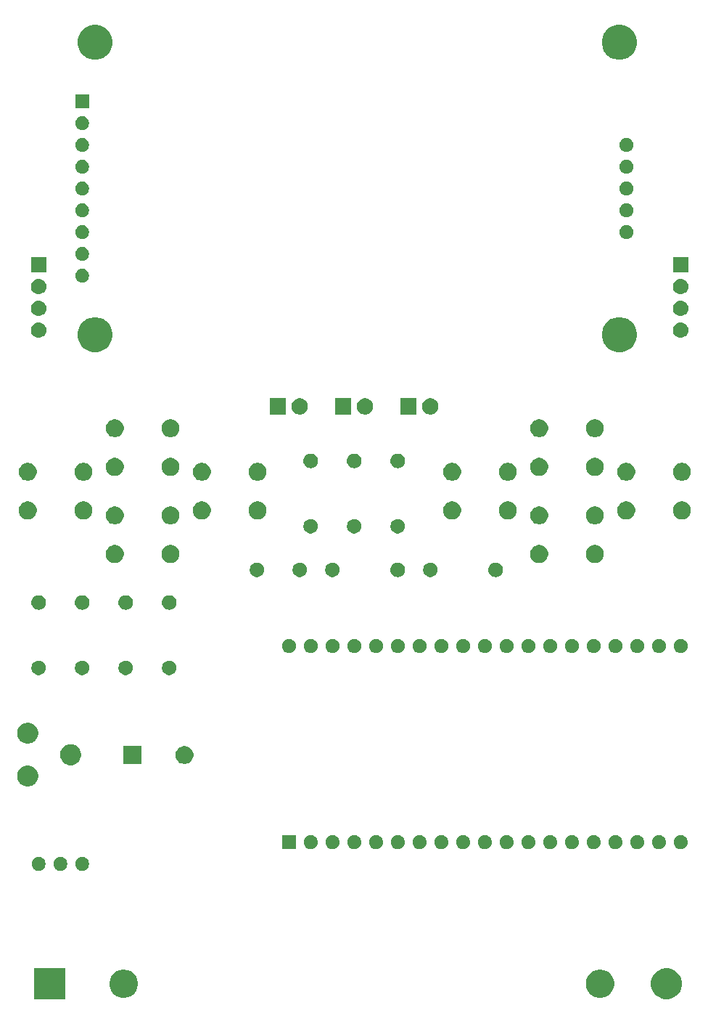
<source format=gbr>
G04 #@! TF.GenerationSoftware,KiCad,Pcbnew,5.1.4-e60b266~84~ubuntu19.04.1*
G04 #@! TF.CreationDate,2019-11-21T14:49:26-05:00*
G04 #@! TF.ProjectId,Esp32Badge-v1,45737033-3242-4616-9467-652d76312e6b,1*
G04 #@! TF.SameCoordinates,Original*
G04 #@! TF.FileFunction,Soldermask,Top*
G04 #@! TF.FilePolarity,Negative*
%FSLAX46Y46*%
G04 Gerber Fmt 4.6, Leading zero omitted, Abs format (unit mm)*
G04 Created by KiCad (PCBNEW 5.1.4-e60b266~84~ubuntu19.04.1) date 2019-11-21 14:49:26*
%MOMM*%
%LPD*%
G04 APERTURE LIST*
%ADD10C,0.100000*%
G04 APERTURE END LIST*
D10*
G36*
X172855331Y-143048211D02*
G01*
X173183092Y-143183974D01*
X173478070Y-143381072D01*
X173728928Y-143631930D01*
X173926026Y-143926908D01*
X174061789Y-144254669D01*
X174131000Y-144602616D01*
X174131000Y-144957384D01*
X174061789Y-145305331D01*
X173926026Y-145633092D01*
X173728928Y-145928070D01*
X173478070Y-146178928D01*
X173183092Y-146376026D01*
X172855331Y-146511789D01*
X172507384Y-146581000D01*
X172152616Y-146581000D01*
X171804669Y-146511789D01*
X171476908Y-146376026D01*
X171181930Y-146178928D01*
X170931072Y-145928070D01*
X170733974Y-145633092D01*
X170598211Y-145305331D01*
X170529000Y-144957384D01*
X170529000Y-144602616D01*
X170598211Y-144254669D01*
X170733974Y-143926908D01*
X170931072Y-143631930D01*
X171181930Y-143381072D01*
X171476908Y-143183974D01*
X171804669Y-143048211D01*
X172152616Y-142979000D01*
X172507384Y-142979000D01*
X172855331Y-143048211D01*
X172855331Y-143048211D01*
G37*
G36*
X102131000Y-146581000D02*
G01*
X98529000Y-146581000D01*
X98529000Y-142979000D01*
X102131000Y-142979000D01*
X102131000Y-146581000D01*
X102131000Y-146581000D01*
G37*
G36*
X109350256Y-143171298D02*
G01*
X109456579Y-143192447D01*
X109757042Y-143316903D01*
X110027451Y-143497585D01*
X110257415Y-143727549D01*
X110438097Y-143997958D01*
X110438098Y-143997960D01*
X110562553Y-144298422D01*
X110626000Y-144617389D01*
X110626000Y-144942611D01*
X110623061Y-144957384D01*
X110562553Y-145261579D01*
X110438097Y-145562042D01*
X110257415Y-145832451D01*
X110027451Y-146062415D01*
X109757042Y-146243097D01*
X109456579Y-146367553D01*
X109413987Y-146376025D01*
X109137611Y-146431000D01*
X108812389Y-146431000D01*
X108536013Y-146376025D01*
X108493421Y-146367553D01*
X108192958Y-146243097D01*
X107922549Y-146062415D01*
X107692585Y-145832451D01*
X107511903Y-145562042D01*
X107387447Y-145261579D01*
X107326939Y-144957384D01*
X107324000Y-144942611D01*
X107324000Y-144617389D01*
X107387447Y-144298422D01*
X107511902Y-143997960D01*
X107511903Y-143997958D01*
X107692585Y-143727549D01*
X107922549Y-143497585D01*
X108192958Y-143316903D01*
X108493421Y-143192447D01*
X108599744Y-143171298D01*
X108812389Y-143129000D01*
X109137611Y-143129000D01*
X109350256Y-143171298D01*
X109350256Y-143171298D01*
G37*
G36*
X164960256Y-143171298D02*
G01*
X165066579Y-143192447D01*
X165367042Y-143316903D01*
X165637451Y-143497585D01*
X165867415Y-143727549D01*
X166048097Y-143997958D01*
X166048098Y-143997960D01*
X166172553Y-144298422D01*
X166236000Y-144617389D01*
X166236000Y-144942611D01*
X166233061Y-144957384D01*
X166172553Y-145261579D01*
X166048097Y-145562042D01*
X165867415Y-145832451D01*
X165637451Y-146062415D01*
X165367042Y-146243097D01*
X165066579Y-146367553D01*
X165023987Y-146376025D01*
X164747611Y-146431000D01*
X164422389Y-146431000D01*
X164146013Y-146376025D01*
X164103421Y-146367553D01*
X163802958Y-146243097D01*
X163532549Y-146062415D01*
X163302585Y-145832451D01*
X163121903Y-145562042D01*
X162997447Y-145261579D01*
X162936939Y-144957384D01*
X162934000Y-144942611D01*
X162934000Y-144617389D01*
X162997447Y-144298422D01*
X163121902Y-143997960D01*
X163121903Y-143997958D01*
X163302585Y-143727549D01*
X163532549Y-143497585D01*
X163802958Y-143316903D01*
X164103421Y-143192447D01*
X164209744Y-143171298D01*
X164422389Y-143129000D01*
X164747611Y-143129000D01*
X164960256Y-143171298D01*
X164960256Y-143171298D01*
G37*
G36*
X101837142Y-130028242D02*
G01*
X101985101Y-130089529D01*
X102118255Y-130178499D01*
X102231501Y-130291745D01*
X102320471Y-130424899D01*
X102381758Y-130572858D01*
X102413000Y-130729925D01*
X102413000Y-130890075D01*
X102381758Y-131047142D01*
X102320471Y-131195101D01*
X102231501Y-131328255D01*
X102118255Y-131441501D01*
X101985101Y-131530471D01*
X101837142Y-131591758D01*
X101680075Y-131623000D01*
X101519925Y-131623000D01*
X101362858Y-131591758D01*
X101214899Y-131530471D01*
X101081745Y-131441501D01*
X100968499Y-131328255D01*
X100879529Y-131195101D01*
X100818242Y-131047142D01*
X100787000Y-130890075D01*
X100787000Y-130729925D01*
X100818242Y-130572858D01*
X100879529Y-130424899D01*
X100968499Y-130291745D01*
X101081745Y-130178499D01*
X101214899Y-130089529D01*
X101362858Y-130028242D01*
X101519925Y-129997000D01*
X101680075Y-129997000D01*
X101837142Y-130028242D01*
X101837142Y-130028242D01*
G37*
G36*
X99297142Y-130028242D02*
G01*
X99445101Y-130089529D01*
X99578255Y-130178499D01*
X99691501Y-130291745D01*
X99780471Y-130424899D01*
X99841758Y-130572858D01*
X99873000Y-130729925D01*
X99873000Y-130890075D01*
X99841758Y-131047142D01*
X99780471Y-131195101D01*
X99691501Y-131328255D01*
X99578255Y-131441501D01*
X99445101Y-131530471D01*
X99297142Y-131591758D01*
X99140075Y-131623000D01*
X98979925Y-131623000D01*
X98822858Y-131591758D01*
X98674899Y-131530471D01*
X98541745Y-131441501D01*
X98428499Y-131328255D01*
X98339529Y-131195101D01*
X98278242Y-131047142D01*
X98247000Y-130890075D01*
X98247000Y-130729925D01*
X98278242Y-130572858D01*
X98339529Y-130424899D01*
X98428499Y-130291745D01*
X98541745Y-130178499D01*
X98674899Y-130089529D01*
X98822858Y-130028242D01*
X98979925Y-129997000D01*
X99140075Y-129997000D01*
X99297142Y-130028242D01*
X99297142Y-130028242D01*
G37*
G36*
X104377142Y-130028242D02*
G01*
X104525101Y-130089529D01*
X104658255Y-130178499D01*
X104771501Y-130291745D01*
X104860471Y-130424899D01*
X104921758Y-130572858D01*
X104953000Y-130729925D01*
X104953000Y-130890075D01*
X104921758Y-131047142D01*
X104860471Y-131195101D01*
X104771501Y-131328255D01*
X104658255Y-131441501D01*
X104525101Y-131530471D01*
X104377142Y-131591758D01*
X104220075Y-131623000D01*
X104059925Y-131623000D01*
X103902858Y-131591758D01*
X103754899Y-131530471D01*
X103621745Y-131441501D01*
X103508499Y-131328255D01*
X103419529Y-131195101D01*
X103358242Y-131047142D01*
X103327000Y-130890075D01*
X103327000Y-130729925D01*
X103358242Y-130572858D01*
X103419529Y-130424899D01*
X103508499Y-130291745D01*
X103621745Y-130178499D01*
X103754899Y-130089529D01*
X103902858Y-130028242D01*
X104059925Y-129997000D01*
X104220075Y-129997000D01*
X104377142Y-130028242D01*
X104377142Y-130028242D01*
G37*
G36*
X143748017Y-127485358D02*
G01*
X143896521Y-127546870D01*
X143896522Y-127546871D01*
X144030167Y-127636169D01*
X144143831Y-127749833D01*
X144210805Y-127850067D01*
X144233130Y-127883479D01*
X144263885Y-127957730D01*
X144294642Y-128031983D01*
X144326000Y-128189630D01*
X144326000Y-128350370D01*
X144294642Y-128508017D01*
X144233130Y-128656521D01*
X144233129Y-128656522D01*
X144143831Y-128790167D01*
X144030167Y-128903831D01*
X143929933Y-128970804D01*
X143896521Y-128993130D01*
X143748017Y-129054642D01*
X143590370Y-129086000D01*
X143429630Y-129086000D01*
X143271983Y-129054642D01*
X143123479Y-128993130D01*
X143090067Y-128970805D01*
X142989833Y-128903831D01*
X142876169Y-128790167D01*
X142786871Y-128656522D01*
X142786870Y-128656521D01*
X142725358Y-128508017D01*
X142694000Y-128350370D01*
X142694000Y-128189630D01*
X142725358Y-128031983D01*
X142756115Y-127957730D01*
X142786870Y-127883479D01*
X142809195Y-127850067D01*
X142876169Y-127749833D01*
X142989833Y-127636169D01*
X143123478Y-127546871D01*
X143123479Y-127546870D01*
X143271983Y-127485358D01*
X143429630Y-127454000D01*
X143590370Y-127454000D01*
X143748017Y-127485358D01*
X143748017Y-127485358D01*
G37*
G36*
X146288017Y-127485358D02*
G01*
X146436521Y-127546870D01*
X146436522Y-127546871D01*
X146570167Y-127636169D01*
X146683831Y-127749833D01*
X146750805Y-127850067D01*
X146773130Y-127883479D01*
X146803885Y-127957730D01*
X146834642Y-128031983D01*
X146866000Y-128189630D01*
X146866000Y-128350370D01*
X146834642Y-128508017D01*
X146773130Y-128656521D01*
X146773129Y-128656522D01*
X146683831Y-128790167D01*
X146570167Y-128903831D01*
X146469933Y-128970804D01*
X146436521Y-128993130D01*
X146288017Y-129054642D01*
X146130370Y-129086000D01*
X145969630Y-129086000D01*
X145811983Y-129054642D01*
X145663479Y-128993130D01*
X145630067Y-128970805D01*
X145529833Y-128903831D01*
X145416169Y-128790167D01*
X145326871Y-128656522D01*
X145326870Y-128656521D01*
X145265358Y-128508017D01*
X145234000Y-128350370D01*
X145234000Y-128189630D01*
X145265358Y-128031983D01*
X145296115Y-127957730D01*
X145326870Y-127883479D01*
X145349195Y-127850067D01*
X145416169Y-127749833D01*
X145529833Y-127636169D01*
X145663478Y-127546871D01*
X145663479Y-127546870D01*
X145811983Y-127485358D01*
X145969630Y-127454000D01*
X146130370Y-127454000D01*
X146288017Y-127485358D01*
X146288017Y-127485358D01*
G37*
G36*
X129086000Y-129086000D02*
G01*
X127454000Y-129086000D01*
X127454000Y-127454000D01*
X129086000Y-127454000D01*
X129086000Y-129086000D01*
X129086000Y-129086000D01*
G37*
G36*
X131048017Y-127485358D02*
G01*
X131196521Y-127546870D01*
X131196522Y-127546871D01*
X131330167Y-127636169D01*
X131443831Y-127749833D01*
X131510805Y-127850067D01*
X131533130Y-127883479D01*
X131563885Y-127957730D01*
X131594642Y-128031983D01*
X131626000Y-128189630D01*
X131626000Y-128350370D01*
X131594642Y-128508017D01*
X131533130Y-128656521D01*
X131533129Y-128656522D01*
X131443831Y-128790167D01*
X131330167Y-128903831D01*
X131229933Y-128970804D01*
X131196521Y-128993130D01*
X131048017Y-129054642D01*
X130890370Y-129086000D01*
X130729630Y-129086000D01*
X130571983Y-129054642D01*
X130423479Y-128993130D01*
X130390067Y-128970805D01*
X130289833Y-128903831D01*
X130176169Y-128790167D01*
X130086871Y-128656522D01*
X130086870Y-128656521D01*
X130025358Y-128508017D01*
X129994000Y-128350370D01*
X129994000Y-128189630D01*
X130025358Y-128031983D01*
X130056115Y-127957730D01*
X130086870Y-127883479D01*
X130109195Y-127850067D01*
X130176169Y-127749833D01*
X130289833Y-127636169D01*
X130423478Y-127546871D01*
X130423479Y-127546870D01*
X130571983Y-127485358D01*
X130729630Y-127454000D01*
X130890370Y-127454000D01*
X131048017Y-127485358D01*
X131048017Y-127485358D01*
G37*
G36*
X133588017Y-127485358D02*
G01*
X133736521Y-127546870D01*
X133736522Y-127546871D01*
X133870167Y-127636169D01*
X133983831Y-127749833D01*
X134050805Y-127850067D01*
X134073130Y-127883479D01*
X134103885Y-127957730D01*
X134134642Y-128031983D01*
X134166000Y-128189630D01*
X134166000Y-128350370D01*
X134134642Y-128508017D01*
X134073130Y-128656521D01*
X134073129Y-128656522D01*
X133983831Y-128790167D01*
X133870167Y-128903831D01*
X133769933Y-128970804D01*
X133736521Y-128993130D01*
X133588017Y-129054642D01*
X133430370Y-129086000D01*
X133269630Y-129086000D01*
X133111983Y-129054642D01*
X132963479Y-128993130D01*
X132930067Y-128970805D01*
X132829833Y-128903831D01*
X132716169Y-128790167D01*
X132626871Y-128656522D01*
X132626870Y-128656521D01*
X132565358Y-128508017D01*
X132534000Y-128350370D01*
X132534000Y-128189630D01*
X132565358Y-128031983D01*
X132596115Y-127957730D01*
X132626870Y-127883479D01*
X132649195Y-127850067D01*
X132716169Y-127749833D01*
X132829833Y-127636169D01*
X132963478Y-127546871D01*
X132963479Y-127546870D01*
X133111983Y-127485358D01*
X133269630Y-127454000D01*
X133430370Y-127454000D01*
X133588017Y-127485358D01*
X133588017Y-127485358D01*
G37*
G36*
X136128017Y-127485358D02*
G01*
X136276521Y-127546870D01*
X136276522Y-127546871D01*
X136410167Y-127636169D01*
X136523831Y-127749833D01*
X136590805Y-127850067D01*
X136613130Y-127883479D01*
X136643885Y-127957730D01*
X136674642Y-128031983D01*
X136706000Y-128189630D01*
X136706000Y-128350370D01*
X136674642Y-128508017D01*
X136613130Y-128656521D01*
X136613129Y-128656522D01*
X136523831Y-128790167D01*
X136410167Y-128903831D01*
X136309933Y-128970804D01*
X136276521Y-128993130D01*
X136128017Y-129054642D01*
X135970370Y-129086000D01*
X135809630Y-129086000D01*
X135651983Y-129054642D01*
X135503479Y-128993130D01*
X135470067Y-128970805D01*
X135369833Y-128903831D01*
X135256169Y-128790167D01*
X135166871Y-128656522D01*
X135166870Y-128656521D01*
X135105358Y-128508017D01*
X135074000Y-128350370D01*
X135074000Y-128189630D01*
X135105358Y-128031983D01*
X135136115Y-127957730D01*
X135166870Y-127883479D01*
X135189195Y-127850067D01*
X135256169Y-127749833D01*
X135369833Y-127636169D01*
X135503478Y-127546871D01*
X135503479Y-127546870D01*
X135651983Y-127485358D01*
X135809630Y-127454000D01*
X135970370Y-127454000D01*
X136128017Y-127485358D01*
X136128017Y-127485358D01*
G37*
G36*
X138668017Y-127485358D02*
G01*
X138816521Y-127546870D01*
X138816522Y-127546871D01*
X138950167Y-127636169D01*
X139063831Y-127749833D01*
X139130805Y-127850067D01*
X139153130Y-127883479D01*
X139183885Y-127957730D01*
X139214642Y-128031983D01*
X139246000Y-128189630D01*
X139246000Y-128350370D01*
X139214642Y-128508017D01*
X139153130Y-128656521D01*
X139153129Y-128656522D01*
X139063831Y-128790167D01*
X138950167Y-128903831D01*
X138849933Y-128970804D01*
X138816521Y-128993130D01*
X138668017Y-129054642D01*
X138510370Y-129086000D01*
X138349630Y-129086000D01*
X138191983Y-129054642D01*
X138043479Y-128993130D01*
X138010067Y-128970805D01*
X137909833Y-128903831D01*
X137796169Y-128790167D01*
X137706871Y-128656522D01*
X137706870Y-128656521D01*
X137645358Y-128508017D01*
X137614000Y-128350370D01*
X137614000Y-128189630D01*
X137645358Y-128031983D01*
X137676115Y-127957730D01*
X137706870Y-127883479D01*
X137729195Y-127850067D01*
X137796169Y-127749833D01*
X137909833Y-127636169D01*
X138043478Y-127546871D01*
X138043479Y-127546870D01*
X138191983Y-127485358D01*
X138349630Y-127454000D01*
X138510370Y-127454000D01*
X138668017Y-127485358D01*
X138668017Y-127485358D01*
G37*
G36*
X171688017Y-127485358D02*
G01*
X171836521Y-127546870D01*
X171836522Y-127546871D01*
X171970167Y-127636169D01*
X172083831Y-127749833D01*
X172150805Y-127850067D01*
X172173130Y-127883479D01*
X172203885Y-127957730D01*
X172234642Y-128031983D01*
X172266000Y-128189630D01*
X172266000Y-128350370D01*
X172234642Y-128508017D01*
X172173130Y-128656521D01*
X172173129Y-128656522D01*
X172083831Y-128790167D01*
X171970167Y-128903831D01*
X171869933Y-128970804D01*
X171836521Y-128993130D01*
X171688017Y-129054642D01*
X171530370Y-129086000D01*
X171369630Y-129086000D01*
X171211983Y-129054642D01*
X171063479Y-128993130D01*
X171030067Y-128970805D01*
X170929833Y-128903831D01*
X170816169Y-128790167D01*
X170726871Y-128656522D01*
X170726870Y-128656521D01*
X170665358Y-128508017D01*
X170634000Y-128350370D01*
X170634000Y-128189630D01*
X170665358Y-128031983D01*
X170696115Y-127957730D01*
X170726870Y-127883479D01*
X170749195Y-127850067D01*
X170816169Y-127749833D01*
X170929833Y-127636169D01*
X171063478Y-127546871D01*
X171063479Y-127546870D01*
X171211983Y-127485358D01*
X171369630Y-127454000D01*
X171530370Y-127454000D01*
X171688017Y-127485358D01*
X171688017Y-127485358D01*
G37*
G36*
X174228017Y-127485358D02*
G01*
X174376521Y-127546870D01*
X174376522Y-127546871D01*
X174510167Y-127636169D01*
X174623831Y-127749833D01*
X174690805Y-127850067D01*
X174713130Y-127883479D01*
X174743885Y-127957730D01*
X174774642Y-128031983D01*
X174806000Y-128189630D01*
X174806000Y-128350370D01*
X174774642Y-128508017D01*
X174713130Y-128656521D01*
X174713129Y-128656522D01*
X174623831Y-128790167D01*
X174510167Y-128903831D01*
X174409933Y-128970804D01*
X174376521Y-128993130D01*
X174228017Y-129054642D01*
X174070370Y-129086000D01*
X173909630Y-129086000D01*
X173751983Y-129054642D01*
X173603479Y-128993130D01*
X173570067Y-128970805D01*
X173469833Y-128903831D01*
X173356169Y-128790167D01*
X173266871Y-128656522D01*
X173266870Y-128656521D01*
X173205358Y-128508017D01*
X173174000Y-128350370D01*
X173174000Y-128189630D01*
X173205358Y-128031983D01*
X173236115Y-127957730D01*
X173266870Y-127883479D01*
X173289195Y-127850067D01*
X173356169Y-127749833D01*
X173469833Y-127636169D01*
X173603478Y-127546871D01*
X173603479Y-127546870D01*
X173751983Y-127485358D01*
X173909630Y-127454000D01*
X174070370Y-127454000D01*
X174228017Y-127485358D01*
X174228017Y-127485358D01*
G37*
G36*
X169148017Y-127485358D02*
G01*
X169296521Y-127546870D01*
X169296522Y-127546871D01*
X169430167Y-127636169D01*
X169543831Y-127749833D01*
X169610805Y-127850067D01*
X169633130Y-127883479D01*
X169663885Y-127957730D01*
X169694642Y-128031983D01*
X169726000Y-128189630D01*
X169726000Y-128350370D01*
X169694642Y-128508017D01*
X169633130Y-128656521D01*
X169633129Y-128656522D01*
X169543831Y-128790167D01*
X169430167Y-128903831D01*
X169329933Y-128970804D01*
X169296521Y-128993130D01*
X169148017Y-129054642D01*
X168990370Y-129086000D01*
X168829630Y-129086000D01*
X168671983Y-129054642D01*
X168523479Y-128993130D01*
X168490067Y-128970805D01*
X168389833Y-128903831D01*
X168276169Y-128790167D01*
X168186871Y-128656522D01*
X168186870Y-128656521D01*
X168125358Y-128508017D01*
X168094000Y-128350370D01*
X168094000Y-128189630D01*
X168125358Y-128031983D01*
X168156115Y-127957730D01*
X168186870Y-127883479D01*
X168209195Y-127850067D01*
X168276169Y-127749833D01*
X168389833Y-127636169D01*
X168523478Y-127546871D01*
X168523479Y-127546870D01*
X168671983Y-127485358D01*
X168829630Y-127454000D01*
X168990370Y-127454000D01*
X169148017Y-127485358D01*
X169148017Y-127485358D01*
G37*
G36*
X148828017Y-127485358D02*
G01*
X148976521Y-127546870D01*
X148976522Y-127546871D01*
X149110167Y-127636169D01*
X149223831Y-127749833D01*
X149290805Y-127850067D01*
X149313130Y-127883479D01*
X149343885Y-127957730D01*
X149374642Y-128031983D01*
X149406000Y-128189630D01*
X149406000Y-128350370D01*
X149374642Y-128508017D01*
X149313130Y-128656521D01*
X149313129Y-128656522D01*
X149223831Y-128790167D01*
X149110167Y-128903831D01*
X149009933Y-128970804D01*
X148976521Y-128993130D01*
X148828017Y-129054642D01*
X148670370Y-129086000D01*
X148509630Y-129086000D01*
X148351983Y-129054642D01*
X148203479Y-128993130D01*
X148170067Y-128970805D01*
X148069833Y-128903831D01*
X147956169Y-128790167D01*
X147866871Y-128656522D01*
X147866870Y-128656521D01*
X147805358Y-128508017D01*
X147774000Y-128350370D01*
X147774000Y-128189630D01*
X147805358Y-128031983D01*
X147836115Y-127957730D01*
X147866870Y-127883479D01*
X147889195Y-127850067D01*
X147956169Y-127749833D01*
X148069833Y-127636169D01*
X148203478Y-127546871D01*
X148203479Y-127546870D01*
X148351983Y-127485358D01*
X148509630Y-127454000D01*
X148670370Y-127454000D01*
X148828017Y-127485358D01*
X148828017Y-127485358D01*
G37*
G36*
X151368017Y-127485358D02*
G01*
X151516521Y-127546870D01*
X151516522Y-127546871D01*
X151650167Y-127636169D01*
X151763831Y-127749833D01*
X151830805Y-127850067D01*
X151853130Y-127883479D01*
X151883885Y-127957730D01*
X151914642Y-128031983D01*
X151946000Y-128189630D01*
X151946000Y-128350370D01*
X151914642Y-128508017D01*
X151853130Y-128656521D01*
X151853129Y-128656522D01*
X151763831Y-128790167D01*
X151650167Y-128903831D01*
X151549933Y-128970804D01*
X151516521Y-128993130D01*
X151368017Y-129054642D01*
X151210370Y-129086000D01*
X151049630Y-129086000D01*
X150891983Y-129054642D01*
X150743479Y-128993130D01*
X150710067Y-128970805D01*
X150609833Y-128903831D01*
X150496169Y-128790167D01*
X150406871Y-128656522D01*
X150406870Y-128656521D01*
X150345358Y-128508017D01*
X150314000Y-128350370D01*
X150314000Y-128189630D01*
X150345358Y-128031983D01*
X150376115Y-127957730D01*
X150406870Y-127883479D01*
X150429195Y-127850067D01*
X150496169Y-127749833D01*
X150609833Y-127636169D01*
X150743478Y-127546871D01*
X150743479Y-127546870D01*
X150891983Y-127485358D01*
X151049630Y-127454000D01*
X151210370Y-127454000D01*
X151368017Y-127485358D01*
X151368017Y-127485358D01*
G37*
G36*
X153908017Y-127485358D02*
G01*
X154056521Y-127546870D01*
X154056522Y-127546871D01*
X154190167Y-127636169D01*
X154303831Y-127749833D01*
X154370805Y-127850067D01*
X154393130Y-127883479D01*
X154423885Y-127957730D01*
X154454642Y-128031983D01*
X154486000Y-128189630D01*
X154486000Y-128350370D01*
X154454642Y-128508017D01*
X154393130Y-128656521D01*
X154393129Y-128656522D01*
X154303831Y-128790167D01*
X154190167Y-128903831D01*
X154089933Y-128970804D01*
X154056521Y-128993130D01*
X153908017Y-129054642D01*
X153750370Y-129086000D01*
X153589630Y-129086000D01*
X153431983Y-129054642D01*
X153283479Y-128993130D01*
X153250067Y-128970805D01*
X153149833Y-128903831D01*
X153036169Y-128790167D01*
X152946871Y-128656522D01*
X152946870Y-128656521D01*
X152885358Y-128508017D01*
X152854000Y-128350370D01*
X152854000Y-128189630D01*
X152885358Y-128031983D01*
X152916115Y-127957730D01*
X152946870Y-127883479D01*
X152969195Y-127850067D01*
X153036169Y-127749833D01*
X153149833Y-127636169D01*
X153283478Y-127546871D01*
X153283479Y-127546870D01*
X153431983Y-127485358D01*
X153589630Y-127454000D01*
X153750370Y-127454000D01*
X153908017Y-127485358D01*
X153908017Y-127485358D01*
G37*
G36*
X156448017Y-127485358D02*
G01*
X156596521Y-127546870D01*
X156596522Y-127546871D01*
X156730167Y-127636169D01*
X156843831Y-127749833D01*
X156910805Y-127850067D01*
X156933130Y-127883479D01*
X156963885Y-127957730D01*
X156994642Y-128031983D01*
X157026000Y-128189630D01*
X157026000Y-128350370D01*
X156994642Y-128508017D01*
X156933130Y-128656521D01*
X156933129Y-128656522D01*
X156843831Y-128790167D01*
X156730167Y-128903831D01*
X156629933Y-128970804D01*
X156596521Y-128993130D01*
X156448017Y-129054642D01*
X156290370Y-129086000D01*
X156129630Y-129086000D01*
X155971983Y-129054642D01*
X155823479Y-128993130D01*
X155790067Y-128970805D01*
X155689833Y-128903831D01*
X155576169Y-128790167D01*
X155486871Y-128656522D01*
X155486870Y-128656521D01*
X155425358Y-128508017D01*
X155394000Y-128350370D01*
X155394000Y-128189630D01*
X155425358Y-128031983D01*
X155456115Y-127957730D01*
X155486870Y-127883479D01*
X155509195Y-127850067D01*
X155576169Y-127749833D01*
X155689833Y-127636169D01*
X155823478Y-127546871D01*
X155823479Y-127546870D01*
X155971983Y-127485358D01*
X156129630Y-127454000D01*
X156290370Y-127454000D01*
X156448017Y-127485358D01*
X156448017Y-127485358D01*
G37*
G36*
X166608017Y-127485358D02*
G01*
X166756521Y-127546870D01*
X166756522Y-127546871D01*
X166890167Y-127636169D01*
X167003831Y-127749833D01*
X167070805Y-127850067D01*
X167093130Y-127883479D01*
X167123885Y-127957730D01*
X167154642Y-128031983D01*
X167186000Y-128189630D01*
X167186000Y-128350370D01*
X167154642Y-128508017D01*
X167093130Y-128656521D01*
X167093129Y-128656522D01*
X167003831Y-128790167D01*
X166890167Y-128903831D01*
X166789933Y-128970804D01*
X166756521Y-128993130D01*
X166608017Y-129054642D01*
X166450370Y-129086000D01*
X166289630Y-129086000D01*
X166131983Y-129054642D01*
X165983479Y-128993130D01*
X165950067Y-128970805D01*
X165849833Y-128903831D01*
X165736169Y-128790167D01*
X165646871Y-128656522D01*
X165646870Y-128656521D01*
X165585358Y-128508017D01*
X165554000Y-128350370D01*
X165554000Y-128189630D01*
X165585358Y-128031983D01*
X165616115Y-127957730D01*
X165646870Y-127883479D01*
X165669195Y-127850067D01*
X165736169Y-127749833D01*
X165849833Y-127636169D01*
X165983478Y-127546871D01*
X165983479Y-127546870D01*
X166131983Y-127485358D01*
X166289630Y-127454000D01*
X166450370Y-127454000D01*
X166608017Y-127485358D01*
X166608017Y-127485358D01*
G37*
G36*
X141208017Y-127485358D02*
G01*
X141356521Y-127546870D01*
X141356522Y-127546871D01*
X141490167Y-127636169D01*
X141603831Y-127749833D01*
X141670805Y-127850067D01*
X141693130Y-127883479D01*
X141723885Y-127957730D01*
X141754642Y-128031983D01*
X141786000Y-128189630D01*
X141786000Y-128350370D01*
X141754642Y-128508017D01*
X141693130Y-128656521D01*
X141693129Y-128656522D01*
X141603831Y-128790167D01*
X141490167Y-128903831D01*
X141389933Y-128970804D01*
X141356521Y-128993130D01*
X141208017Y-129054642D01*
X141050370Y-129086000D01*
X140889630Y-129086000D01*
X140731983Y-129054642D01*
X140583479Y-128993130D01*
X140550067Y-128970805D01*
X140449833Y-128903831D01*
X140336169Y-128790167D01*
X140246871Y-128656522D01*
X140246870Y-128656521D01*
X140185358Y-128508017D01*
X140154000Y-128350370D01*
X140154000Y-128189630D01*
X140185358Y-128031983D01*
X140216115Y-127957730D01*
X140246870Y-127883479D01*
X140269195Y-127850067D01*
X140336169Y-127749833D01*
X140449833Y-127636169D01*
X140583478Y-127546871D01*
X140583479Y-127546870D01*
X140731983Y-127485358D01*
X140889630Y-127454000D01*
X141050370Y-127454000D01*
X141208017Y-127485358D01*
X141208017Y-127485358D01*
G37*
G36*
X164068017Y-127485358D02*
G01*
X164216521Y-127546870D01*
X164216522Y-127546871D01*
X164350167Y-127636169D01*
X164463831Y-127749833D01*
X164530805Y-127850067D01*
X164553130Y-127883479D01*
X164583885Y-127957730D01*
X164614642Y-128031983D01*
X164646000Y-128189630D01*
X164646000Y-128350370D01*
X164614642Y-128508017D01*
X164553130Y-128656521D01*
X164553129Y-128656522D01*
X164463831Y-128790167D01*
X164350167Y-128903831D01*
X164249933Y-128970804D01*
X164216521Y-128993130D01*
X164068017Y-129054642D01*
X163910370Y-129086000D01*
X163749630Y-129086000D01*
X163591983Y-129054642D01*
X163443479Y-128993130D01*
X163410067Y-128970805D01*
X163309833Y-128903831D01*
X163196169Y-128790167D01*
X163106871Y-128656522D01*
X163106870Y-128656521D01*
X163045358Y-128508017D01*
X163014000Y-128350370D01*
X163014000Y-128189630D01*
X163045358Y-128031983D01*
X163076115Y-127957730D01*
X163106870Y-127883479D01*
X163129195Y-127850067D01*
X163196169Y-127749833D01*
X163309833Y-127636169D01*
X163443478Y-127546871D01*
X163443479Y-127546870D01*
X163591983Y-127485358D01*
X163749630Y-127454000D01*
X163910370Y-127454000D01*
X164068017Y-127485358D01*
X164068017Y-127485358D01*
G37*
G36*
X161528017Y-127485358D02*
G01*
X161676521Y-127546870D01*
X161676522Y-127546871D01*
X161810167Y-127636169D01*
X161923831Y-127749833D01*
X161990805Y-127850067D01*
X162013130Y-127883479D01*
X162043885Y-127957730D01*
X162074642Y-128031983D01*
X162106000Y-128189630D01*
X162106000Y-128350370D01*
X162074642Y-128508017D01*
X162013130Y-128656521D01*
X162013129Y-128656522D01*
X161923831Y-128790167D01*
X161810167Y-128903831D01*
X161709933Y-128970804D01*
X161676521Y-128993130D01*
X161528017Y-129054642D01*
X161370370Y-129086000D01*
X161209630Y-129086000D01*
X161051983Y-129054642D01*
X160903479Y-128993130D01*
X160870067Y-128970805D01*
X160769833Y-128903831D01*
X160656169Y-128790167D01*
X160566871Y-128656522D01*
X160566870Y-128656521D01*
X160505358Y-128508017D01*
X160474000Y-128350370D01*
X160474000Y-128189630D01*
X160505358Y-128031983D01*
X160536115Y-127957730D01*
X160566870Y-127883479D01*
X160589195Y-127850067D01*
X160656169Y-127749833D01*
X160769833Y-127636169D01*
X160903478Y-127546871D01*
X160903479Y-127546870D01*
X161051983Y-127485358D01*
X161209630Y-127454000D01*
X161370370Y-127454000D01*
X161528017Y-127485358D01*
X161528017Y-127485358D01*
G37*
G36*
X158988017Y-127485358D02*
G01*
X159136521Y-127546870D01*
X159136522Y-127546871D01*
X159270167Y-127636169D01*
X159383831Y-127749833D01*
X159450805Y-127850067D01*
X159473130Y-127883479D01*
X159503885Y-127957730D01*
X159534642Y-128031983D01*
X159566000Y-128189630D01*
X159566000Y-128350370D01*
X159534642Y-128508017D01*
X159473130Y-128656521D01*
X159473129Y-128656522D01*
X159383831Y-128790167D01*
X159270167Y-128903831D01*
X159169933Y-128970804D01*
X159136521Y-128993130D01*
X158988017Y-129054642D01*
X158830370Y-129086000D01*
X158669630Y-129086000D01*
X158511983Y-129054642D01*
X158363479Y-128993130D01*
X158330067Y-128970805D01*
X158229833Y-128903831D01*
X158116169Y-128790167D01*
X158026871Y-128656522D01*
X158026870Y-128656521D01*
X157965358Y-128508017D01*
X157934000Y-128350370D01*
X157934000Y-128189630D01*
X157965358Y-128031983D01*
X157996115Y-127957730D01*
X158026870Y-127883479D01*
X158049195Y-127850067D01*
X158116169Y-127749833D01*
X158229833Y-127636169D01*
X158363478Y-127546871D01*
X158363479Y-127546870D01*
X158511983Y-127485358D01*
X158669630Y-127454000D01*
X158830370Y-127454000D01*
X158988017Y-127485358D01*
X158988017Y-127485358D01*
G37*
G36*
X98028205Y-119372461D02*
G01*
X98146153Y-119395922D01*
X98238194Y-119434047D01*
X98368359Y-119487963D01*
X98568342Y-119621587D01*
X98738413Y-119791658D01*
X98872037Y-119991641D01*
X98964078Y-120213848D01*
X99011000Y-120449741D01*
X99011000Y-120690259D01*
X98964078Y-120926152D01*
X98872037Y-121148359D01*
X98738413Y-121348342D01*
X98568342Y-121518413D01*
X98368359Y-121652037D01*
X98238194Y-121705953D01*
X98146153Y-121744078D01*
X97910259Y-121791000D01*
X97669741Y-121791000D01*
X97433847Y-121744078D01*
X97341806Y-121705953D01*
X97211641Y-121652037D01*
X97011658Y-121518413D01*
X96841587Y-121348342D01*
X96707963Y-121148359D01*
X96615922Y-120926152D01*
X96569000Y-120690259D01*
X96569000Y-120449741D01*
X96615922Y-120213848D01*
X96707963Y-119991641D01*
X96841587Y-119791658D01*
X97011658Y-119621587D01*
X97211641Y-119487963D01*
X97341806Y-119434047D01*
X97433847Y-119395922D01*
X97551795Y-119372461D01*
X97669741Y-119349000D01*
X97910259Y-119349000D01*
X98028205Y-119372461D01*
X98028205Y-119372461D01*
G37*
G36*
X103028205Y-116872461D02*
G01*
X103146153Y-116895922D01*
X103238194Y-116934047D01*
X103368359Y-116987963D01*
X103568342Y-117121587D01*
X103738413Y-117291658D01*
X103872037Y-117491641D01*
X103964078Y-117713848D01*
X104011000Y-117949741D01*
X104011000Y-118190259D01*
X103964078Y-118426152D01*
X103872037Y-118648359D01*
X103738413Y-118848342D01*
X103568342Y-119018413D01*
X103368359Y-119152037D01*
X103238194Y-119205953D01*
X103146153Y-119244078D01*
X102910259Y-119291000D01*
X102669741Y-119291000D01*
X102433847Y-119244078D01*
X102341806Y-119205953D01*
X102211641Y-119152037D01*
X102011658Y-119018413D01*
X101841587Y-118848342D01*
X101707963Y-118648359D01*
X101615922Y-118426152D01*
X101569000Y-118190259D01*
X101569000Y-117949741D01*
X101615922Y-117713848D01*
X101707963Y-117491641D01*
X101841587Y-117291658D01*
X102011658Y-117121587D01*
X102211641Y-116987963D01*
X102341806Y-116934047D01*
X102433847Y-116895922D01*
X102551795Y-116872461D01*
X102669741Y-116849000D01*
X102910259Y-116849000D01*
X103028205Y-116872461D01*
X103028205Y-116872461D01*
G37*
G36*
X116384564Y-117099389D02*
G01*
X116575833Y-117178615D01*
X116575835Y-117178616D01*
X116745014Y-117291658D01*
X116747973Y-117293635D01*
X116894365Y-117440027D01*
X117009385Y-117612167D01*
X117088611Y-117803436D01*
X117129000Y-118006484D01*
X117129000Y-118213516D01*
X117088611Y-118416564D01*
X117084639Y-118426153D01*
X117009384Y-118607835D01*
X116894365Y-118779973D01*
X116747973Y-118926365D01*
X116575835Y-119041384D01*
X116575834Y-119041385D01*
X116575833Y-119041385D01*
X116384564Y-119120611D01*
X116181516Y-119161000D01*
X115974484Y-119161000D01*
X115771436Y-119120611D01*
X115580167Y-119041385D01*
X115580166Y-119041385D01*
X115580165Y-119041384D01*
X115408027Y-118926365D01*
X115261635Y-118779973D01*
X115146616Y-118607835D01*
X115071361Y-118426153D01*
X115067389Y-118416564D01*
X115027000Y-118213516D01*
X115027000Y-118006484D01*
X115067389Y-117803436D01*
X115146615Y-117612167D01*
X115261635Y-117440027D01*
X115408027Y-117293635D01*
X115410986Y-117291658D01*
X115580165Y-117178616D01*
X115580167Y-117178615D01*
X115771436Y-117099389D01*
X115974484Y-117059000D01*
X116181516Y-117059000D01*
X116384564Y-117099389D01*
X116384564Y-117099389D01*
G37*
G36*
X111033000Y-119161000D02*
G01*
X108931000Y-119161000D01*
X108931000Y-117059000D01*
X111033000Y-117059000D01*
X111033000Y-119161000D01*
X111033000Y-119161000D01*
G37*
G36*
X98146153Y-114395922D02*
G01*
X98238194Y-114434047D01*
X98368359Y-114487963D01*
X98568342Y-114621587D01*
X98738413Y-114791658D01*
X98872037Y-114991641D01*
X98964078Y-115213848D01*
X99011000Y-115449741D01*
X99011000Y-115690259D01*
X98964078Y-115926152D01*
X98872037Y-116148359D01*
X98738413Y-116348342D01*
X98568342Y-116518413D01*
X98368359Y-116652037D01*
X98238194Y-116705953D01*
X98146153Y-116744078D01*
X97910259Y-116791000D01*
X97669741Y-116791000D01*
X97433847Y-116744078D01*
X97341806Y-116705953D01*
X97211641Y-116652037D01*
X97011658Y-116518413D01*
X96841587Y-116348342D01*
X96707963Y-116148359D01*
X96615922Y-115926152D01*
X96569000Y-115690259D01*
X96569000Y-115449741D01*
X96615922Y-115213848D01*
X96707963Y-114991641D01*
X96841587Y-114791658D01*
X97011658Y-114621587D01*
X97211641Y-114487963D01*
X97341806Y-114434047D01*
X97433847Y-114395922D01*
X97669741Y-114349000D01*
X97910259Y-114349000D01*
X98146153Y-114395922D01*
X98146153Y-114395922D01*
G37*
G36*
X109468228Y-107131703D02*
G01*
X109623100Y-107195853D01*
X109762481Y-107288985D01*
X109881015Y-107407519D01*
X109974147Y-107546900D01*
X110038297Y-107701772D01*
X110071000Y-107866184D01*
X110071000Y-108033816D01*
X110038297Y-108198228D01*
X109974147Y-108353100D01*
X109881015Y-108492481D01*
X109762481Y-108611015D01*
X109623100Y-108704147D01*
X109468228Y-108768297D01*
X109303816Y-108801000D01*
X109136184Y-108801000D01*
X108971772Y-108768297D01*
X108816900Y-108704147D01*
X108677519Y-108611015D01*
X108558985Y-108492481D01*
X108465853Y-108353100D01*
X108401703Y-108198228D01*
X108369000Y-108033816D01*
X108369000Y-107866184D01*
X108401703Y-107701772D01*
X108465853Y-107546900D01*
X108558985Y-107407519D01*
X108677519Y-107288985D01*
X108816900Y-107195853D01*
X108971772Y-107131703D01*
X109136184Y-107099000D01*
X109303816Y-107099000D01*
X109468228Y-107131703D01*
X109468228Y-107131703D01*
G37*
G36*
X104388228Y-107131703D02*
G01*
X104543100Y-107195853D01*
X104682481Y-107288985D01*
X104801015Y-107407519D01*
X104894147Y-107546900D01*
X104958297Y-107701772D01*
X104991000Y-107866184D01*
X104991000Y-108033816D01*
X104958297Y-108198228D01*
X104894147Y-108353100D01*
X104801015Y-108492481D01*
X104682481Y-108611015D01*
X104543100Y-108704147D01*
X104388228Y-108768297D01*
X104223816Y-108801000D01*
X104056184Y-108801000D01*
X103891772Y-108768297D01*
X103736900Y-108704147D01*
X103597519Y-108611015D01*
X103478985Y-108492481D01*
X103385853Y-108353100D01*
X103321703Y-108198228D01*
X103289000Y-108033816D01*
X103289000Y-107866184D01*
X103321703Y-107701772D01*
X103385853Y-107546900D01*
X103478985Y-107407519D01*
X103597519Y-107288985D01*
X103736900Y-107195853D01*
X103891772Y-107131703D01*
X104056184Y-107099000D01*
X104223816Y-107099000D01*
X104388228Y-107131703D01*
X104388228Y-107131703D01*
G37*
G36*
X114548228Y-107131703D02*
G01*
X114703100Y-107195853D01*
X114842481Y-107288985D01*
X114961015Y-107407519D01*
X115054147Y-107546900D01*
X115118297Y-107701772D01*
X115151000Y-107866184D01*
X115151000Y-108033816D01*
X115118297Y-108198228D01*
X115054147Y-108353100D01*
X114961015Y-108492481D01*
X114842481Y-108611015D01*
X114703100Y-108704147D01*
X114548228Y-108768297D01*
X114383816Y-108801000D01*
X114216184Y-108801000D01*
X114051772Y-108768297D01*
X113896900Y-108704147D01*
X113757519Y-108611015D01*
X113638985Y-108492481D01*
X113545853Y-108353100D01*
X113481703Y-108198228D01*
X113449000Y-108033816D01*
X113449000Y-107866184D01*
X113481703Y-107701772D01*
X113545853Y-107546900D01*
X113638985Y-107407519D01*
X113757519Y-107288985D01*
X113896900Y-107195853D01*
X114051772Y-107131703D01*
X114216184Y-107099000D01*
X114383816Y-107099000D01*
X114548228Y-107131703D01*
X114548228Y-107131703D01*
G37*
G36*
X99308228Y-107131703D02*
G01*
X99463100Y-107195853D01*
X99602481Y-107288985D01*
X99721015Y-107407519D01*
X99814147Y-107546900D01*
X99878297Y-107701772D01*
X99911000Y-107866184D01*
X99911000Y-108033816D01*
X99878297Y-108198228D01*
X99814147Y-108353100D01*
X99721015Y-108492481D01*
X99602481Y-108611015D01*
X99463100Y-108704147D01*
X99308228Y-108768297D01*
X99143816Y-108801000D01*
X98976184Y-108801000D01*
X98811772Y-108768297D01*
X98656900Y-108704147D01*
X98517519Y-108611015D01*
X98398985Y-108492481D01*
X98305853Y-108353100D01*
X98241703Y-108198228D01*
X98209000Y-108033816D01*
X98209000Y-107866184D01*
X98241703Y-107701772D01*
X98305853Y-107546900D01*
X98398985Y-107407519D01*
X98517519Y-107288985D01*
X98656900Y-107195853D01*
X98811772Y-107131703D01*
X98976184Y-107099000D01*
X99143816Y-107099000D01*
X99308228Y-107131703D01*
X99308228Y-107131703D01*
G37*
G36*
X164068017Y-104625358D02*
G01*
X164216521Y-104686870D01*
X164216522Y-104686871D01*
X164350167Y-104776169D01*
X164463831Y-104889833D01*
X164530805Y-104990067D01*
X164553130Y-105023479D01*
X164614642Y-105171983D01*
X164646000Y-105329630D01*
X164646000Y-105490370D01*
X164614642Y-105648017D01*
X164553130Y-105796521D01*
X164553129Y-105796522D01*
X164463831Y-105930167D01*
X164350167Y-106043831D01*
X164249933Y-106110805D01*
X164216521Y-106133130D01*
X164068017Y-106194642D01*
X163910370Y-106226000D01*
X163749630Y-106226000D01*
X163591983Y-106194642D01*
X163517730Y-106163885D01*
X163443479Y-106133130D01*
X163410067Y-106110804D01*
X163309833Y-106043831D01*
X163196169Y-105930167D01*
X163106871Y-105796522D01*
X163106870Y-105796521D01*
X163045358Y-105648017D01*
X163014000Y-105490370D01*
X163014000Y-105329630D01*
X163045358Y-105171983D01*
X163076115Y-105097730D01*
X163106870Y-105023479D01*
X163129195Y-104990067D01*
X163196169Y-104889833D01*
X163309833Y-104776169D01*
X163443478Y-104686871D01*
X163443479Y-104686870D01*
X163591983Y-104625358D01*
X163749630Y-104594000D01*
X163910370Y-104594000D01*
X164068017Y-104625358D01*
X164068017Y-104625358D01*
G37*
G36*
X174228017Y-104625358D02*
G01*
X174376521Y-104686870D01*
X174376522Y-104686871D01*
X174510167Y-104776169D01*
X174623831Y-104889833D01*
X174690805Y-104990067D01*
X174713130Y-105023479D01*
X174774642Y-105171983D01*
X174806000Y-105329630D01*
X174806000Y-105490370D01*
X174774642Y-105648017D01*
X174713130Y-105796521D01*
X174713129Y-105796522D01*
X174623831Y-105930167D01*
X174510167Y-106043831D01*
X174409933Y-106110805D01*
X174376521Y-106133130D01*
X174228017Y-106194642D01*
X174070370Y-106226000D01*
X173909630Y-106226000D01*
X173751983Y-106194642D01*
X173677730Y-106163885D01*
X173603479Y-106133130D01*
X173570067Y-106110804D01*
X173469833Y-106043831D01*
X173356169Y-105930167D01*
X173266871Y-105796522D01*
X173266870Y-105796521D01*
X173205358Y-105648017D01*
X173174000Y-105490370D01*
X173174000Y-105329630D01*
X173205358Y-105171983D01*
X173236115Y-105097730D01*
X173266870Y-105023479D01*
X173289195Y-104990067D01*
X173356169Y-104889833D01*
X173469833Y-104776169D01*
X173603478Y-104686871D01*
X173603479Y-104686870D01*
X173751983Y-104625358D01*
X173909630Y-104594000D01*
X174070370Y-104594000D01*
X174228017Y-104625358D01*
X174228017Y-104625358D01*
G37*
G36*
X171688017Y-104625358D02*
G01*
X171836521Y-104686870D01*
X171836522Y-104686871D01*
X171970167Y-104776169D01*
X172083831Y-104889833D01*
X172150805Y-104990067D01*
X172173130Y-105023479D01*
X172234642Y-105171983D01*
X172266000Y-105329630D01*
X172266000Y-105490370D01*
X172234642Y-105648017D01*
X172173130Y-105796521D01*
X172173129Y-105796522D01*
X172083831Y-105930167D01*
X171970167Y-106043831D01*
X171869933Y-106110805D01*
X171836521Y-106133130D01*
X171688017Y-106194642D01*
X171530370Y-106226000D01*
X171369630Y-106226000D01*
X171211983Y-106194642D01*
X171137730Y-106163885D01*
X171063479Y-106133130D01*
X171030067Y-106110804D01*
X170929833Y-106043831D01*
X170816169Y-105930167D01*
X170726871Y-105796522D01*
X170726870Y-105796521D01*
X170665358Y-105648017D01*
X170634000Y-105490370D01*
X170634000Y-105329630D01*
X170665358Y-105171983D01*
X170696115Y-105097730D01*
X170726870Y-105023479D01*
X170749195Y-104990067D01*
X170816169Y-104889833D01*
X170929833Y-104776169D01*
X171063478Y-104686871D01*
X171063479Y-104686870D01*
X171211983Y-104625358D01*
X171369630Y-104594000D01*
X171530370Y-104594000D01*
X171688017Y-104625358D01*
X171688017Y-104625358D01*
G37*
G36*
X169148017Y-104625358D02*
G01*
X169296521Y-104686870D01*
X169296522Y-104686871D01*
X169430167Y-104776169D01*
X169543831Y-104889833D01*
X169610805Y-104990067D01*
X169633130Y-105023479D01*
X169694642Y-105171983D01*
X169726000Y-105329630D01*
X169726000Y-105490370D01*
X169694642Y-105648017D01*
X169633130Y-105796521D01*
X169633129Y-105796522D01*
X169543831Y-105930167D01*
X169430167Y-106043831D01*
X169329933Y-106110805D01*
X169296521Y-106133130D01*
X169148017Y-106194642D01*
X168990370Y-106226000D01*
X168829630Y-106226000D01*
X168671983Y-106194642D01*
X168597730Y-106163885D01*
X168523479Y-106133130D01*
X168490067Y-106110804D01*
X168389833Y-106043831D01*
X168276169Y-105930167D01*
X168186871Y-105796522D01*
X168186870Y-105796521D01*
X168125358Y-105648017D01*
X168094000Y-105490370D01*
X168094000Y-105329630D01*
X168125358Y-105171983D01*
X168156115Y-105097730D01*
X168186870Y-105023479D01*
X168209195Y-104990067D01*
X168276169Y-104889833D01*
X168389833Y-104776169D01*
X168523478Y-104686871D01*
X168523479Y-104686870D01*
X168671983Y-104625358D01*
X168829630Y-104594000D01*
X168990370Y-104594000D01*
X169148017Y-104625358D01*
X169148017Y-104625358D01*
G37*
G36*
X166608017Y-104625358D02*
G01*
X166756521Y-104686870D01*
X166756522Y-104686871D01*
X166890167Y-104776169D01*
X167003831Y-104889833D01*
X167070805Y-104990067D01*
X167093130Y-105023479D01*
X167154642Y-105171983D01*
X167186000Y-105329630D01*
X167186000Y-105490370D01*
X167154642Y-105648017D01*
X167093130Y-105796521D01*
X167093129Y-105796522D01*
X167003831Y-105930167D01*
X166890167Y-106043831D01*
X166789933Y-106110805D01*
X166756521Y-106133130D01*
X166608017Y-106194642D01*
X166450370Y-106226000D01*
X166289630Y-106226000D01*
X166131983Y-106194642D01*
X166057730Y-106163885D01*
X165983479Y-106133130D01*
X165950067Y-106110804D01*
X165849833Y-106043831D01*
X165736169Y-105930167D01*
X165646871Y-105796522D01*
X165646870Y-105796521D01*
X165585358Y-105648017D01*
X165554000Y-105490370D01*
X165554000Y-105329630D01*
X165585358Y-105171983D01*
X165616115Y-105097730D01*
X165646870Y-105023479D01*
X165669195Y-104990067D01*
X165736169Y-104889833D01*
X165849833Y-104776169D01*
X165983478Y-104686871D01*
X165983479Y-104686870D01*
X166131983Y-104625358D01*
X166289630Y-104594000D01*
X166450370Y-104594000D01*
X166608017Y-104625358D01*
X166608017Y-104625358D01*
G37*
G36*
X161528017Y-104625358D02*
G01*
X161676521Y-104686870D01*
X161676522Y-104686871D01*
X161810167Y-104776169D01*
X161923831Y-104889833D01*
X161990805Y-104990067D01*
X162013130Y-105023479D01*
X162074642Y-105171983D01*
X162106000Y-105329630D01*
X162106000Y-105490370D01*
X162074642Y-105648017D01*
X162013130Y-105796521D01*
X162013129Y-105796522D01*
X161923831Y-105930167D01*
X161810167Y-106043831D01*
X161709933Y-106110805D01*
X161676521Y-106133130D01*
X161528017Y-106194642D01*
X161370370Y-106226000D01*
X161209630Y-106226000D01*
X161051983Y-106194642D01*
X160977730Y-106163885D01*
X160903479Y-106133130D01*
X160870067Y-106110804D01*
X160769833Y-106043831D01*
X160656169Y-105930167D01*
X160566871Y-105796522D01*
X160566870Y-105796521D01*
X160505358Y-105648017D01*
X160474000Y-105490370D01*
X160474000Y-105329630D01*
X160505358Y-105171983D01*
X160536115Y-105097730D01*
X160566870Y-105023479D01*
X160589195Y-104990067D01*
X160656169Y-104889833D01*
X160769833Y-104776169D01*
X160903478Y-104686871D01*
X160903479Y-104686870D01*
X161051983Y-104625358D01*
X161209630Y-104594000D01*
X161370370Y-104594000D01*
X161528017Y-104625358D01*
X161528017Y-104625358D01*
G37*
G36*
X158988017Y-104625358D02*
G01*
X159136521Y-104686870D01*
X159136522Y-104686871D01*
X159270167Y-104776169D01*
X159383831Y-104889833D01*
X159450805Y-104990067D01*
X159473130Y-105023479D01*
X159534642Y-105171983D01*
X159566000Y-105329630D01*
X159566000Y-105490370D01*
X159534642Y-105648017D01*
X159473130Y-105796521D01*
X159473129Y-105796522D01*
X159383831Y-105930167D01*
X159270167Y-106043831D01*
X159169933Y-106110805D01*
X159136521Y-106133130D01*
X158988017Y-106194642D01*
X158830370Y-106226000D01*
X158669630Y-106226000D01*
X158511983Y-106194642D01*
X158437730Y-106163885D01*
X158363479Y-106133130D01*
X158330067Y-106110804D01*
X158229833Y-106043831D01*
X158116169Y-105930167D01*
X158026871Y-105796522D01*
X158026870Y-105796521D01*
X157965358Y-105648017D01*
X157934000Y-105490370D01*
X157934000Y-105329630D01*
X157965358Y-105171983D01*
X157996115Y-105097730D01*
X158026870Y-105023479D01*
X158049195Y-104990067D01*
X158116169Y-104889833D01*
X158229833Y-104776169D01*
X158363478Y-104686871D01*
X158363479Y-104686870D01*
X158511983Y-104625358D01*
X158669630Y-104594000D01*
X158830370Y-104594000D01*
X158988017Y-104625358D01*
X158988017Y-104625358D01*
G37*
G36*
X156448017Y-104625358D02*
G01*
X156596521Y-104686870D01*
X156596522Y-104686871D01*
X156730167Y-104776169D01*
X156843831Y-104889833D01*
X156910805Y-104990067D01*
X156933130Y-105023479D01*
X156994642Y-105171983D01*
X157026000Y-105329630D01*
X157026000Y-105490370D01*
X156994642Y-105648017D01*
X156933130Y-105796521D01*
X156933129Y-105796522D01*
X156843831Y-105930167D01*
X156730167Y-106043831D01*
X156629933Y-106110805D01*
X156596521Y-106133130D01*
X156448017Y-106194642D01*
X156290370Y-106226000D01*
X156129630Y-106226000D01*
X155971983Y-106194642D01*
X155897730Y-106163885D01*
X155823479Y-106133130D01*
X155790067Y-106110804D01*
X155689833Y-106043831D01*
X155576169Y-105930167D01*
X155486871Y-105796522D01*
X155486870Y-105796521D01*
X155425358Y-105648017D01*
X155394000Y-105490370D01*
X155394000Y-105329630D01*
X155425358Y-105171983D01*
X155456115Y-105097730D01*
X155486870Y-105023479D01*
X155509195Y-104990067D01*
X155576169Y-104889833D01*
X155689833Y-104776169D01*
X155823478Y-104686871D01*
X155823479Y-104686870D01*
X155971983Y-104625358D01*
X156129630Y-104594000D01*
X156290370Y-104594000D01*
X156448017Y-104625358D01*
X156448017Y-104625358D01*
G37*
G36*
X153908017Y-104625358D02*
G01*
X154056521Y-104686870D01*
X154056522Y-104686871D01*
X154190167Y-104776169D01*
X154303831Y-104889833D01*
X154370805Y-104990067D01*
X154393130Y-105023479D01*
X154454642Y-105171983D01*
X154486000Y-105329630D01*
X154486000Y-105490370D01*
X154454642Y-105648017D01*
X154393130Y-105796521D01*
X154393129Y-105796522D01*
X154303831Y-105930167D01*
X154190167Y-106043831D01*
X154089933Y-106110805D01*
X154056521Y-106133130D01*
X153908017Y-106194642D01*
X153750370Y-106226000D01*
X153589630Y-106226000D01*
X153431983Y-106194642D01*
X153357730Y-106163885D01*
X153283479Y-106133130D01*
X153250067Y-106110804D01*
X153149833Y-106043831D01*
X153036169Y-105930167D01*
X152946871Y-105796522D01*
X152946870Y-105796521D01*
X152885358Y-105648017D01*
X152854000Y-105490370D01*
X152854000Y-105329630D01*
X152885358Y-105171983D01*
X152916115Y-105097730D01*
X152946870Y-105023479D01*
X152969195Y-104990067D01*
X153036169Y-104889833D01*
X153149833Y-104776169D01*
X153283478Y-104686871D01*
X153283479Y-104686870D01*
X153431983Y-104625358D01*
X153589630Y-104594000D01*
X153750370Y-104594000D01*
X153908017Y-104625358D01*
X153908017Y-104625358D01*
G37*
G36*
X148828017Y-104625358D02*
G01*
X148976521Y-104686870D01*
X148976522Y-104686871D01*
X149110167Y-104776169D01*
X149223831Y-104889833D01*
X149290805Y-104990067D01*
X149313130Y-105023479D01*
X149374642Y-105171983D01*
X149406000Y-105329630D01*
X149406000Y-105490370D01*
X149374642Y-105648017D01*
X149313130Y-105796521D01*
X149313129Y-105796522D01*
X149223831Y-105930167D01*
X149110167Y-106043831D01*
X149009933Y-106110805D01*
X148976521Y-106133130D01*
X148828017Y-106194642D01*
X148670370Y-106226000D01*
X148509630Y-106226000D01*
X148351983Y-106194642D01*
X148277730Y-106163885D01*
X148203479Y-106133130D01*
X148170067Y-106110804D01*
X148069833Y-106043831D01*
X147956169Y-105930167D01*
X147866871Y-105796522D01*
X147866870Y-105796521D01*
X147805358Y-105648017D01*
X147774000Y-105490370D01*
X147774000Y-105329630D01*
X147805358Y-105171983D01*
X147836115Y-105097730D01*
X147866870Y-105023479D01*
X147889195Y-104990067D01*
X147956169Y-104889833D01*
X148069833Y-104776169D01*
X148203478Y-104686871D01*
X148203479Y-104686870D01*
X148351983Y-104625358D01*
X148509630Y-104594000D01*
X148670370Y-104594000D01*
X148828017Y-104625358D01*
X148828017Y-104625358D01*
G37*
G36*
X146288017Y-104625358D02*
G01*
X146436521Y-104686870D01*
X146436522Y-104686871D01*
X146570167Y-104776169D01*
X146683831Y-104889833D01*
X146750805Y-104990067D01*
X146773130Y-105023479D01*
X146834642Y-105171983D01*
X146866000Y-105329630D01*
X146866000Y-105490370D01*
X146834642Y-105648017D01*
X146773130Y-105796521D01*
X146773129Y-105796522D01*
X146683831Y-105930167D01*
X146570167Y-106043831D01*
X146469933Y-106110805D01*
X146436521Y-106133130D01*
X146288017Y-106194642D01*
X146130370Y-106226000D01*
X145969630Y-106226000D01*
X145811983Y-106194642D01*
X145737730Y-106163885D01*
X145663479Y-106133130D01*
X145630067Y-106110804D01*
X145529833Y-106043831D01*
X145416169Y-105930167D01*
X145326871Y-105796522D01*
X145326870Y-105796521D01*
X145265358Y-105648017D01*
X145234000Y-105490370D01*
X145234000Y-105329630D01*
X145265358Y-105171983D01*
X145296115Y-105097730D01*
X145326870Y-105023479D01*
X145349195Y-104990067D01*
X145416169Y-104889833D01*
X145529833Y-104776169D01*
X145663478Y-104686871D01*
X145663479Y-104686870D01*
X145811983Y-104625358D01*
X145969630Y-104594000D01*
X146130370Y-104594000D01*
X146288017Y-104625358D01*
X146288017Y-104625358D01*
G37*
G36*
X143748017Y-104625358D02*
G01*
X143896521Y-104686870D01*
X143896522Y-104686871D01*
X144030167Y-104776169D01*
X144143831Y-104889833D01*
X144210805Y-104990067D01*
X144233130Y-105023479D01*
X144294642Y-105171983D01*
X144326000Y-105329630D01*
X144326000Y-105490370D01*
X144294642Y-105648017D01*
X144233130Y-105796521D01*
X144233129Y-105796522D01*
X144143831Y-105930167D01*
X144030167Y-106043831D01*
X143929933Y-106110805D01*
X143896521Y-106133130D01*
X143748017Y-106194642D01*
X143590370Y-106226000D01*
X143429630Y-106226000D01*
X143271983Y-106194642D01*
X143197730Y-106163885D01*
X143123479Y-106133130D01*
X143090067Y-106110804D01*
X142989833Y-106043831D01*
X142876169Y-105930167D01*
X142786871Y-105796522D01*
X142786870Y-105796521D01*
X142725358Y-105648017D01*
X142694000Y-105490370D01*
X142694000Y-105329630D01*
X142725358Y-105171983D01*
X142756115Y-105097730D01*
X142786870Y-105023479D01*
X142809195Y-104990067D01*
X142876169Y-104889833D01*
X142989833Y-104776169D01*
X143123478Y-104686871D01*
X143123479Y-104686870D01*
X143271983Y-104625358D01*
X143429630Y-104594000D01*
X143590370Y-104594000D01*
X143748017Y-104625358D01*
X143748017Y-104625358D01*
G37*
G36*
X141208017Y-104625358D02*
G01*
X141356521Y-104686870D01*
X141356522Y-104686871D01*
X141490167Y-104776169D01*
X141603831Y-104889833D01*
X141670805Y-104990067D01*
X141693130Y-105023479D01*
X141754642Y-105171983D01*
X141786000Y-105329630D01*
X141786000Y-105490370D01*
X141754642Y-105648017D01*
X141693130Y-105796521D01*
X141693129Y-105796522D01*
X141603831Y-105930167D01*
X141490167Y-106043831D01*
X141389933Y-106110805D01*
X141356521Y-106133130D01*
X141208017Y-106194642D01*
X141050370Y-106226000D01*
X140889630Y-106226000D01*
X140731983Y-106194642D01*
X140657730Y-106163885D01*
X140583479Y-106133130D01*
X140550067Y-106110804D01*
X140449833Y-106043831D01*
X140336169Y-105930167D01*
X140246871Y-105796522D01*
X140246870Y-105796521D01*
X140185358Y-105648017D01*
X140154000Y-105490370D01*
X140154000Y-105329630D01*
X140185358Y-105171983D01*
X140216115Y-105097730D01*
X140246870Y-105023479D01*
X140269195Y-104990067D01*
X140336169Y-104889833D01*
X140449833Y-104776169D01*
X140583478Y-104686871D01*
X140583479Y-104686870D01*
X140731983Y-104625358D01*
X140889630Y-104594000D01*
X141050370Y-104594000D01*
X141208017Y-104625358D01*
X141208017Y-104625358D01*
G37*
G36*
X128508017Y-104625358D02*
G01*
X128656521Y-104686870D01*
X128656522Y-104686871D01*
X128790167Y-104776169D01*
X128903831Y-104889833D01*
X128970805Y-104990067D01*
X128993130Y-105023479D01*
X129054642Y-105171983D01*
X129086000Y-105329630D01*
X129086000Y-105490370D01*
X129054642Y-105648017D01*
X128993130Y-105796521D01*
X128993129Y-105796522D01*
X128903831Y-105930167D01*
X128790167Y-106043831D01*
X128689933Y-106110805D01*
X128656521Y-106133130D01*
X128508017Y-106194642D01*
X128350370Y-106226000D01*
X128189630Y-106226000D01*
X128031983Y-106194642D01*
X127957730Y-106163885D01*
X127883479Y-106133130D01*
X127850067Y-106110804D01*
X127749833Y-106043831D01*
X127636169Y-105930167D01*
X127546871Y-105796522D01*
X127546870Y-105796521D01*
X127485358Y-105648017D01*
X127454000Y-105490370D01*
X127454000Y-105329630D01*
X127485358Y-105171983D01*
X127516115Y-105097730D01*
X127546870Y-105023479D01*
X127569195Y-104990067D01*
X127636169Y-104889833D01*
X127749833Y-104776169D01*
X127883478Y-104686871D01*
X127883479Y-104686870D01*
X128031983Y-104625358D01*
X128189630Y-104594000D01*
X128350370Y-104594000D01*
X128508017Y-104625358D01*
X128508017Y-104625358D01*
G37*
G36*
X138668017Y-104625358D02*
G01*
X138816521Y-104686870D01*
X138816522Y-104686871D01*
X138950167Y-104776169D01*
X139063831Y-104889833D01*
X139130805Y-104990067D01*
X139153130Y-105023479D01*
X139214642Y-105171983D01*
X139246000Y-105329630D01*
X139246000Y-105490370D01*
X139214642Y-105648017D01*
X139153130Y-105796521D01*
X139153129Y-105796522D01*
X139063831Y-105930167D01*
X138950167Y-106043831D01*
X138849933Y-106110805D01*
X138816521Y-106133130D01*
X138668017Y-106194642D01*
X138510370Y-106226000D01*
X138349630Y-106226000D01*
X138191983Y-106194642D01*
X138117730Y-106163885D01*
X138043479Y-106133130D01*
X138010067Y-106110804D01*
X137909833Y-106043831D01*
X137796169Y-105930167D01*
X137706871Y-105796522D01*
X137706870Y-105796521D01*
X137645358Y-105648017D01*
X137614000Y-105490370D01*
X137614000Y-105329630D01*
X137645358Y-105171983D01*
X137676115Y-105097730D01*
X137706870Y-105023479D01*
X137729195Y-104990067D01*
X137796169Y-104889833D01*
X137909833Y-104776169D01*
X138043478Y-104686871D01*
X138043479Y-104686870D01*
X138191983Y-104625358D01*
X138349630Y-104594000D01*
X138510370Y-104594000D01*
X138668017Y-104625358D01*
X138668017Y-104625358D01*
G37*
G36*
X136128017Y-104625358D02*
G01*
X136276521Y-104686870D01*
X136276522Y-104686871D01*
X136410167Y-104776169D01*
X136523831Y-104889833D01*
X136590805Y-104990067D01*
X136613130Y-105023479D01*
X136674642Y-105171983D01*
X136706000Y-105329630D01*
X136706000Y-105490370D01*
X136674642Y-105648017D01*
X136613130Y-105796521D01*
X136613129Y-105796522D01*
X136523831Y-105930167D01*
X136410167Y-106043831D01*
X136309933Y-106110805D01*
X136276521Y-106133130D01*
X136128017Y-106194642D01*
X135970370Y-106226000D01*
X135809630Y-106226000D01*
X135651983Y-106194642D01*
X135577730Y-106163885D01*
X135503479Y-106133130D01*
X135470067Y-106110804D01*
X135369833Y-106043831D01*
X135256169Y-105930167D01*
X135166871Y-105796522D01*
X135166870Y-105796521D01*
X135105358Y-105648017D01*
X135074000Y-105490370D01*
X135074000Y-105329630D01*
X135105358Y-105171983D01*
X135136115Y-105097730D01*
X135166870Y-105023479D01*
X135189195Y-104990067D01*
X135256169Y-104889833D01*
X135369833Y-104776169D01*
X135503478Y-104686871D01*
X135503479Y-104686870D01*
X135651983Y-104625358D01*
X135809630Y-104594000D01*
X135970370Y-104594000D01*
X136128017Y-104625358D01*
X136128017Y-104625358D01*
G37*
G36*
X133588017Y-104625358D02*
G01*
X133736521Y-104686870D01*
X133736522Y-104686871D01*
X133870167Y-104776169D01*
X133983831Y-104889833D01*
X134050805Y-104990067D01*
X134073130Y-105023479D01*
X134134642Y-105171983D01*
X134166000Y-105329630D01*
X134166000Y-105490370D01*
X134134642Y-105648017D01*
X134073130Y-105796521D01*
X134073129Y-105796522D01*
X133983831Y-105930167D01*
X133870167Y-106043831D01*
X133769933Y-106110805D01*
X133736521Y-106133130D01*
X133588017Y-106194642D01*
X133430370Y-106226000D01*
X133269630Y-106226000D01*
X133111983Y-106194642D01*
X133037730Y-106163885D01*
X132963479Y-106133130D01*
X132930067Y-106110804D01*
X132829833Y-106043831D01*
X132716169Y-105930167D01*
X132626871Y-105796522D01*
X132626870Y-105796521D01*
X132565358Y-105648017D01*
X132534000Y-105490370D01*
X132534000Y-105329630D01*
X132565358Y-105171983D01*
X132596115Y-105097730D01*
X132626870Y-105023479D01*
X132649195Y-104990067D01*
X132716169Y-104889833D01*
X132829833Y-104776169D01*
X132963478Y-104686871D01*
X132963479Y-104686870D01*
X133111983Y-104625358D01*
X133269630Y-104594000D01*
X133430370Y-104594000D01*
X133588017Y-104625358D01*
X133588017Y-104625358D01*
G37*
G36*
X131048017Y-104625358D02*
G01*
X131196521Y-104686870D01*
X131196522Y-104686871D01*
X131330167Y-104776169D01*
X131443831Y-104889833D01*
X131510805Y-104990067D01*
X131533130Y-105023479D01*
X131594642Y-105171983D01*
X131626000Y-105329630D01*
X131626000Y-105490370D01*
X131594642Y-105648017D01*
X131533130Y-105796521D01*
X131533129Y-105796522D01*
X131443831Y-105930167D01*
X131330167Y-106043831D01*
X131229933Y-106110805D01*
X131196521Y-106133130D01*
X131048017Y-106194642D01*
X130890370Y-106226000D01*
X130729630Y-106226000D01*
X130571983Y-106194642D01*
X130497730Y-106163885D01*
X130423479Y-106133130D01*
X130390067Y-106110804D01*
X130289833Y-106043831D01*
X130176169Y-105930167D01*
X130086871Y-105796522D01*
X130086870Y-105796521D01*
X130025358Y-105648017D01*
X129994000Y-105490370D01*
X129994000Y-105329630D01*
X130025358Y-105171983D01*
X130056115Y-105097730D01*
X130086870Y-105023479D01*
X130109195Y-104990067D01*
X130176169Y-104889833D01*
X130289833Y-104776169D01*
X130423478Y-104686871D01*
X130423479Y-104686870D01*
X130571983Y-104625358D01*
X130729630Y-104594000D01*
X130890370Y-104594000D01*
X131048017Y-104625358D01*
X131048017Y-104625358D01*
G37*
G36*
X151368017Y-104625358D02*
G01*
X151516521Y-104686870D01*
X151516522Y-104686871D01*
X151650167Y-104776169D01*
X151763831Y-104889833D01*
X151830805Y-104990067D01*
X151853130Y-105023479D01*
X151914642Y-105171983D01*
X151946000Y-105329630D01*
X151946000Y-105490370D01*
X151914642Y-105648017D01*
X151853130Y-105796521D01*
X151853129Y-105796522D01*
X151763831Y-105930167D01*
X151650167Y-106043831D01*
X151549933Y-106110805D01*
X151516521Y-106133130D01*
X151368017Y-106194642D01*
X151210370Y-106226000D01*
X151049630Y-106226000D01*
X150891983Y-106194642D01*
X150817730Y-106163885D01*
X150743479Y-106133130D01*
X150710067Y-106110804D01*
X150609833Y-106043831D01*
X150496169Y-105930167D01*
X150406871Y-105796522D01*
X150406870Y-105796521D01*
X150345358Y-105648017D01*
X150314000Y-105490370D01*
X150314000Y-105329630D01*
X150345358Y-105171983D01*
X150376115Y-105097730D01*
X150406870Y-105023479D01*
X150429195Y-104990067D01*
X150496169Y-104889833D01*
X150609833Y-104776169D01*
X150743478Y-104686871D01*
X150743479Y-104686870D01*
X150891983Y-104625358D01*
X151049630Y-104594000D01*
X151210370Y-104594000D01*
X151368017Y-104625358D01*
X151368017Y-104625358D01*
G37*
G36*
X109386823Y-99491313D02*
G01*
X109547242Y-99539976D01*
X109679906Y-99610886D01*
X109695078Y-99618996D01*
X109824659Y-99725341D01*
X109931004Y-99854922D01*
X109931005Y-99854924D01*
X110010024Y-100002758D01*
X110058687Y-100163177D01*
X110075117Y-100330000D01*
X110058687Y-100496823D01*
X110010024Y-100657242D01*
X109939114Y-100789906D01*
X109931004Y-100805078D01*
X109824659Y-100934659D01*
X109695078Y-101041004D01*
X109695076Y-101041005D01*
X109547242Y-101120024D01*
X109386823Y-101168687D01*
X109261804Y-101181000D01*
X109178196Y-101181000D01*
X109053177Y-101168687D01*
X108892758Y-101120024D01*
X108744924Y-101041005D01*
X108744922Y-101041004D01*
X108615341Y-100934659D01*
X108508996Y-100805078D01*
X108500886Y-100789906D01*
X108429976Y-100657242D01*
X108381313Y-100496823D01*
X108364883Y-100330000D01*
X108381313Y-100163177D01*
X108429976Y-100002758D01*
X108508995Y-99854924D01*
X108508996Y-99854922D01*
X108615341Y-99725341D01*
X108744922Y-99618996D01*
X108760094Y-99610886D01*
X108892758Y-99539976D01*
X109053177Y-99491313D01*
X109178196Y-99479000D01*
X109261804Y-99479000D01*
X109386823Y-99491313D01*
X109386823Y-99491313D01*
G37*
G36*
X99226823Y-99491313D02*
G01*
X99387242Y-99539976D01*
X99519906Y-99610886D01*
X99535078Y-99618996D01*
X99664659Y-99725341D01*
X99771004Y-99854922D01*
X99771005Y-99854924D01*
X99850024Y-100002758D01*
X99898687Y-100163177D01*
X99915117Y-100330000D01*
X99898687Y-100496823D01*
X99850024Y-100657242D01*
X99779114Y-100789906D01*
X99771004Y-100805078D01*
X99664659Y-100934659D01*
X99535078Y-101041004D01*
X99535076Y-101041005D01*
X99387242Y-101120024D01*
X99226823Y-101168687D01*
X99101804Y-101181000D01*
X99018196Y-101181000D01*
X98893177Y-101168687D01*
X98732758Y-101120024D01*
X98584924Y-101041005D01*
X98584922Y-101041004D01*
X98455341Y-100934659D01*
X98348996Y-100805078D01*
X98340886Y-100789906D01*
X98269976Y-100657242D01*
X98221313Y-100496823D01*
X98204883Y-100330000D01*
X98221313Y-100163177D01*
X98269976Y-100002758D01*
X98348995Y-99854924D01*
X98348996Y-99854922D01*
X98455341Y-99725341D01*
X98584922Y-99618996D01*
X98600094Y-99610886D01*
X98732758Y-99539976D01*
X98893177Y-99491313D01*
X99018196Y-99479000D01*
X99101804Y-99479000D01*
X99226823Y-99491313D01*
X99226823Y-99491313D01*
G37*
G36*
X104306823Y-99491313D02*
G01*
X104467242Y-99539976D01*
X104599906Y-99610886D01*
X104615078Y-99618996D01*
X104744659Y-99725341D01*
X104851004Y-99854922D01*
X104851005Y-99854924D01*
X104930024Y-100002758D01*
X104978687Y-100163177D01*
X104995117Y-100330000D01*
X104978687Y-100496823D01*
X104930024Y-100657242D01*
X104859114Y-100789906D01*
X104851004Y-100805078D01*
X104744659Y-100934659D01*
X104615078Y-101041004D01*
X104615076Y-101041005D01*
X104467242Y-101120024D01*
X104306823Y-101168687D01*
X104181804Y-101181000D01*
X104098196Y-101181000D01*
X103973177Y-101168687D01*
X103812758Y-101120024D01*
X103664924Y-101041005D01*
X103664922Y-101041004D01*
X103535341Y-100934659D01*
X103428996Y-100805078D01*
X103420886Y-100789906D01*
X103349976Y-100657242D01*
X103301313Y-100496823D01*
X103284883Y-100330000D01*
X103301313Y-100163177D01*
X103349976Y-100002758D01*
X103428995Y-99854924D01*
X103428996Y-99854922D01*
X103535341Y-99725341D01*
X103664922Y-99618996D01*
X103680094Y-99610886D01*
X103812758Y-99539976D01*
X103973177Y-99491313D01*
X104098196Y-99479000D01*
X104181804Y-99479000D01*
X104306823Y-99491313D01*
X104306823Y-99491313D01*
G37*
G36*
X114466823Y-99491313D02*
G01*
X114627242Y-99539976D01*
X114759906Y-99610886D01*
X114775078Y-99618996D01*
X114904659Y-99725341D01*
X115011004Y-99854922D01*
X115011005Y-99854924D01*
X115090024Y-100002758D01*
X115138687Y-100163177D01*
X115155117Y-100330000D01*
X115138687Y-100496823D01*
X115090024Y-100657242D01*
X115019114Y-100789906D01*
X115011004Y-100805078D01*
X114904659Y-100934659D01*
X114775078Y-101041004D01*
X114775076Y-101041005D01*
X114627242Y-101120024D01*
X114466823Y-101168687D01*
X114341804Y-101181000D01*
X114258196Y-101181000D01*
X114133177Y-101168687D01*
X113972758Y-101120024D01*
X113824924Y-101041005D01*
X113824922Y-101041004D01*
X113695341Y-100934659D01*
X113588996Y-100805078D01*
X113580886Y-100789906D01*
X113509976Y-100657242D01*
X113461313Y-100496823D01*
X113444883Y-100330000D01*
X113461313Y-100163177D01*
X113509976Y-100002758D01*
X113588995Y-99854924D01*
X113588996Y-99854922D01*
X113695341Y-99725341D01*
X113824922Y-99618996D01*
X113840094Y-99610886D01*
X113972758Y-99539976D01*
X114133177Y-99491313D01*
X114258196Y-99479000D01*
X114341804Y-99479000D01*
X114466823Y-99491313D01*
X114466823Y-99491313D01*
G37*
G36*
X152566823Y-95681313D02*
G01*
X152727242Y-95729976D01*
X152794361Y-95765852D01*
X152875078Y-95808996D01*
X153004659Y-95915341D01*
X153111004Y-96044922D01*
X153111005Y-96044924D01*
X153190024Y-96192758D01*
X153238687Y-96353177D01*
X153255117Y-96520000D01*
X153238687Y-96686823D01*
X153190024Y-96847242D01*
X153149477Y-96923100D01*
X153111004Y-96995078D01*
X153004659Y-97124659D01*
X152875078Y-97231004D01*
X152875076Y-97231005D01*
X152727242Y-97310024D01*
X152566823Y-97358687D01*
X152441804Y-97371000D01*
X152358196Y-97371000D01*
X152233177Y-97358687D01*
X152072758Y-97310024D01*
X151924924Y-97231005D01*
X151924922Y-97231004D01*
X151795341Y-97124659D01*
X151688996Y-96995078D01*
X151650523Y-96923100D01*
X151609976Y-96847242D01*
X151561313Y-96686823D01*
X151544883Y-96520000D01*
X151561313Y-96353177D01*
X151609976Y-96192758D01*
X151688995Y-96044924D01*
X151688996Y-96044922D01*
X151795341Y-95915341D01*
X151924922Y-95808996D01*
X152005639Y-95765852D01*
X152072758Y-95729976D01*
X152233177Y-95681313D01*
X152358196Y-95669000D01*
X152441804Y-95669000D01*
X152566823Y-95681313D01*
X152566823Y-95681313D01*
G37*
G36*
X124788228Y-95701703D02*
G01*
X124943100Y-95765853D01*
X125082481Y-95858985D01*
X125201015Y-95977519D01*
X125294147Y-96116900D01*
X125358297Y-96271772D01*
X125391000Y-96436184D01*
X125391000Y-96603816D01*
X125358297Y-96768228D01*
X125294147Y-96923100D01*
X125201015Y-97062481D01*
X125082481Y-97181015D01*
X124943100Y-97274147D01*
X124788228Y-97338297D01*
X124623816Y-97371000D01*
X124456184Y-97371000D01*
X124291772Y-97338297D01*
X124136900Y-97274147D01*
X123997519Y-97181015D01*
X123878985Y-97062481D01*
X123785853Y-96923100D01*
X123721703Y-96768228D01*
X123689000Y-96603816D01*
X123689000Y-96436184D01*
X123721703Y-96271772D01*
X123785853Y-96116900D01*
X123878985Y-95977519D01*
X123997519Y-95858985D01*
X124136900Y-95765853D01*
X124291772Y-95701703D01*
X124456184Y-95669000D01*
X124623816Y-95669000D01*
X124788228Y-95701703D01*
X124788228Y-95701703D01*
G37*
G36*
X145028228Y-95701703D02*
G01*
X145183100Y-95765853D01*
X145322481Y-95858985D01*
X145441015Y-95977519D01*
X145534147Y-96116900D01*
X145598297Y-96271772D01*
X145631000Y-96436184D01*
X145631000Y-96603816D01*
X145598297Y-96768228D01*
X145534147Y-96923100D01*
X145441015Y-97062481D01*
X145322481Y-97181015D01*
X145183100Y-97274147D01*
X145028228Y-97338297D01*
X144863816Y-97371000D01*
X144696184Y-97371000D01*
X144531772Y-97338297D01*
X144376900Y-97274147D01*
X144237519Y-97181015D01*
X144118985Y-97062481D01*
X144025853Y-96923100D01*
X143961703Y-96768228D01*
X143929000Y-96603816D01*
X143929000Y-96436184D01*
X143961703Y-96271772D01*
X144025853Y-96116900D01*
X144118985Y-95977519D01*
X144237519Y-95858985D01*
X144376900Y-95765853D01*
X144531772Y-95701703D01*
X144696184Y-95669000D01*
X144863816Y-95669000D01*
X145028228Y-95701703D01*
X145028228Y-95701703D01*
G37*
G36*
X129788228Y-95701703D02*
G01*
X129943100Y-95765853D01*
X130082481Y-95858985D01*
X130201015Y-95977519D01*
X130294147Y-96116900D01*
X130358297Y-96271772D01*
X130391000Y-96436184D01*
X130391000Y-96603816D01*
X130358297Y-96768228D01*
X130294147Y-96923100D01*
X130201015Y-97062481D01*
X130082481Y-97181015D01*
X129943100Y-97274147D01*
X129788228Y-97338297D01*
X129623816Y-97371000D01*
X129456184Y-97371000D01*
X129291772Y-97338297D01*
X129136900Y-97274147D01*
X128997519Y-97181015D01*
X128878985Y-97062481D01*
X128785853Y-96923100D01*
X128721703Y-96768228D01*
X128689000Y-96603816D01*
X128689000Y-96436184D01*
X128721703Y-96271772D01*
X128785853Y-96116900D01*
X128878985Y-95977519D01*
X128997519Y-95858985D01*
X129136900Y-95765853D01*
X129291772Y-95701703D01*
X129456184Y-95669000D01*
X129623816Y-95669000D01*
X129788228Y-95701703D01*
X129788228Y-95701703D01*
G37*
G36*
X141136823Y-95681313D02*
G01*
X141297242Y-95729976D01*
X141364361Y-95765852D01*
X141445078Y-95808996D01*
X141574659Y-95915341D01*
X141681004Y-96044922D01*
X141681005Y-96044924D01*
X141760024Y-96192758D01*
X141808687Y-96353177D01*
X141825117Y-96520000D01*
X141808687Y-96686823D01*
X141760024Y-96847242D01*
X141719477Y-96923100D01*
X141681004Y-96995078D01*
X141574659Y-97124659D01*
X141445078Y-97231004D01*
X141445076Y-97231005D01*
X141297242Y-97310024D01*
X141136823Y-97358687D01*
X141011804Y-97371000D01*
X140928196Y-97371000D01*
X140803177Y-97358687D01*
X140642758Y-97310024D01*
X140494924Y-97231005D01*
X140494922Y-97231004D01*
X140365341Y-97124659D01*
X140258996Y-96995078D01*
X140220523Y-96923100D01*
X140179976Y-96847242D01*
X140131313Y-96686823D01*
X140114883Y-96520000D01*
X140131313Y-96353177D01*
X140179976Y-96192758D01*
X140258995Y-96044924D01*
X140258996Y-96044922D01*
X140365341Y-95915341D01*
X140494922Y-95808996D01*
X140575639Y-95765852D01*
X140642758Y-95729976D01*
X140803177Y-95681313D01*
X140928196Y-95669000D01*
X141011804Y-95669000D01*
X141136823Y-95681313D01*
X141136823Y-95681313D01*
G37*
G36*
X133598228Y-95701703D02*
G01*
X133753100Y-95765853D01*
X133892481Y-95858985D01*
X134011015Y-95977519D01*
X134104147Y-96116900D01*
X134168297Y-96271772D01*
X134201000Y-96436184D01*
X134201000Y-96603816D01*
X134168297Y-96768228D01*
X134104147Y-96923100D01*
X134011015Y-97062481D01*
X133892481Y-97181015D01*
X133753100Y-97274147D01*
X133598228Y-97338297D01*
X133433816Y-97371000D01*
X133266184Y-97371000D01*
X133101772Y-97338297D01*
X132946900Y-97274147D01*
X132807519Y-97181015D01*
X132688985Y-97062481D01*
X132595853Y-96923100D01*
X132531703Y-96768228D01*
X132499000Y-96603816D01*
X132499000Y-96436184D01*
X132531703Y-96271772D01*
X132595853Y-96116900D01*
X132688985Y-95977519D01*
X132807519Y-95858985D01*
X132946900Y-95765853D01*
X133101772Y-95701703D01*
X133266184Y-95669000D01*
X133433816Y-95669000D01*
X133598228Y-95701703D01*
X133598228Y-95701703D01*
G37*
G36*
X108256564Y-93659389D02*
G01*
X108447833Y-93738615D01*
X108447835Y-93738616D01*
X108619973Y-93853635D01*
X108766365Y-94000027D01*
X108881385Y-94172167D01*
X108960611Y-94363436D01*
X109001000Y-94566484D01*
X109001000Y-94773516D01*
X108960611Y-94976564D01*
X108881385Y-95167833D01*
X108881384Y-95167835D01*
X108766365Y-95339973D01*
X108619973Y-95486365D01*
X108447835Y-95601384D01*
X108447834Y-95601385D01*
X108447833Y-95601385D01*
X108256564Y-95680611D01*
X108053516Y-95721000D01*
X107846484Y-95721000D01*
X107643436Y-95680611D01*
X107452167Y-95601385D01*
X107452166Y-95601385D01*
X107452165Y-95601384D01*
X107280027Y-95486365D01*
X107133635Y-95339973D01*
X107018616Y-95167835D01*
X107018615Y-95167833D01*
X106939389Y-94976564D01*
X106899000Y-94773516D01*
X106899000Y-94566484D01*
X106939389Y-94363436D01*
X107018615Y-94172167D01*
X107133635Y-94000027D01*
X107280027Y-93853635D01*
X107452165Y-93738616D01*
X107452167Y-93738615D01*
X107643436Y-93659389D01*
X107846484Y-93619000D01*
X108053516Y-93619000D01*
X108256564Y-93659389D01*
X108256564Y-93659389D01*
G37*
G36*
X114756564Y-93659389D02*
G01*
X114947833Y-93738615D01*
X114947835Y-93738616D01*
X115119973Y-93853635D01*
X115266365Y-94000027D01*
X115381385Y-94172167D01*
X115460611Y-94363436D01*
X115501000Y-94566484D01*
X115501000Y-94773516D01*
X115460611Y-94976564D01*
X115381385Y-95167833D01*
X115381384Y-95167835D01*
X115266365Y-95339973D01*
X115119973Y-95486365D01*
X114947835Y-95601384D01*
X114947834Y-95601385D01*
X114947833Y-95601385D01*
X114756564Y-95680611D01*
X114553516Y-95721000D01*
X114346484Y-95721000D01*
X114143436Y-95680611D01*
X113952167Y-95601385D01*
X113952166Y-95601385D01*
X113952165Y-95601384D01*
X113780027Y-95486365D01*
X113633635Y-95339973D01*
X113518616Y-95167835D01*
X113518615Y-95167833D01*
X113439389Y-94976564D01*
X113399000Y-94773516D01*
X113399000Y-94566484D01*
X113439389Y-94363436D01*
X113518615Y-94172167D01*
X113633635Y-94000027D01*
X113780027Y-93853635D01*
X113952165Y-93738616D01*
X113952167Y-93738615D01*
X114143436Y-93659389D01*
X114346484Y-93619000D01*
X114553516Y-93619000D01*
X114756564Y-93659389D01*
X114756564Y-93659389D01*
G37*
G36*
X164286564Y-93659389D02*
G01*
X164477833Y-93738615D01*
X164477835Y-93738616D01*
X164649973Y-93853635D01*
X164796365Y-94000027D01*
X164911385Y-94172167D01*
X164990611Y-94363436D01*
X165031000Y-94566484D01*
X165031000Y-94773516D01*
X164990611Y-94976564D01*
X164911385Y-95167833D01*
X164911384Y-95167835D01*
X164796365Y-95339973D01*
X164649973Y-95486365D01*
X164477835Y-95601384D01*
X164477834Y-95601385D01*
X164477833Y-95601385D01*
X164286564Y-95680611D01*
X164083516Y-95721000D01*
X163876484Y-95721000D01*
X163673436Y-95680611D01*
X163482167Y-95601385D01*
X163482166Y-95601385D01*
X163482165Y-95601384D01*
X163310027Y-95486365D01*
X163163635Y-95339973D01*
X163048616Y-95167835D01*
X163048615Y-95167833D01*
X162969389Y-94976564D01*
X162929000Y-94773516D01*
X162929000Y-94566484D01*
X162969389Y-94363436D01*
X163048615Y-94172167D01*
X163163635Y-94000027D01*
X163310027Y-93853635D01*
X163482165Y-93738616D01*
X163482167Y-93738615D01*
X163673436Y-93659389D01*
X163876484Y-93619000D01*
X164083516Y-93619000D01*
X164286564Y-93659389D01*
X164286564Y-93659389D01*
G37*
G36*
X157786564Y-93659389D02*
G01*
X157977833Y-93738615D01*
X157977835Y-93738616D01*
X158149973Y-93853635D01*
X158296365Y-94000027D01*
X158411385Y-94172167D01*
X158490611Y-94363436D01*
X158531000Y-94566484D01*
X158531000Y-94773516D01*
X158490611Y-94976564D01*
X158411385Y-95167833D01*
X158411384Y-95167835D01*
X158296365Y-95339973D01*
X158149973Y-95486365D01*
X157977835Y-95601384D01*
X157977834Y-95601385D01*
X157977833Y-95601385D01*
X157786564Y-95680611D01*
X157583516Y-95721000D01*
X157376484Y-95721000D01*
X157173436Y-95680611D01*
X156982167Y-95601385D01*
X156982166Y-95601385D01*
X156982165Y-95601384D01*
X156810027Y-95486365D01*
X156663635Y-95339973D01*
X156548616Y-95167835D01*
X156548615Y-95167833D01*
X156469389Y-94976564D01*
X156429000Y-94773516D01*
X156429000Y-94566484D01*
X156469389Y-94363436D01*
X156548615Y-94172167D01*
X156663635Y-94000027D01*
X156810027Y-93853635D01*
X156982165Y-93738616D01*
X156982167Y-93738615D01*
X157173436Y-93659389D01*
X157376484Y-93619000D01*
X157583516Y-93619000D01*
X157786564Y-93659389D01*
X157786564Y-93659389D01*
G37*
G36*
X131058228Y-90621703D02*
G01*
X131213100Y-90685853D01*
X131352481Y-90778985D01*
X131471015Y-90897519D01*
X131564147Y-91036900D01*
X131628297Y-91191772D01*
X131661000Y-91356184D01*
X131661000Y-91523816D01*
X131628297Y-91688228D01*
X131564147Y-91843100D01*
X131471015Y-91982481D01*
X131352481Y-92101015D01*
X131213100Y-92194147D01*
X131058228Y-92258297D01*
X130893816Y-92291000D01*
X130726184Y-92291000D01*
X130561772Y-92258297D01*
X130406900Y-92194147D01*
X130267519Y-92101015D01*
X130148985Y-91982481D01*
X130055853Y-91843100D01*
X129991703Y-91688228D01*
X129959000Y-91523816D01*
X129959000Y-91356184D01*
X129991703Y-91191772D01*
X130055853Y-91036900D01*
X130148985Y-90897519D01*
X130267519Y-90778985D01*
X130406900Y-90685853D01*
X130561772Y-90621703D01*
X130726184Y-90589000D01*
X130893816Y-90589000D01*
X131058228Y-90621703D01*
X131058228Y-90621703D01*
G37*
G36*
X141218228Y-90621703D02*
G01*
X141373100Y-90685853D01*
X141512481Y-90778985D01*
X141631015Y-90897519D01*
X141724147Y-91036900D01*
X141788297Y-91191772D01*
X141821000Y-91356184D01*
X141821000Y-91523816D01*
X141788297Y-91688228D01*
X141724147Y-91843100D01*
X141631015Y-91982481D01*
X141512481Y-92101015D01*
X141373100Y-92194147D01*
X141218228Y-92258297D01*
X141053816Y-92291000D01*
X140886184Y-92291000D01*
X140721772Y-92258297D01*
X140566900Y-92194147D01*
X140427519Y-92101015D01*
X140308985Y-91982481D01*
X140215853Y-91843100D01*
X140151703Y-91688228D01*
X140119000Y-91523816D01*
X140119000Y-91356184D01*
X140151703Y-91191772D01*
X140215853Y-91036900D01*
X140308985Y-90897519D01*
X140427519Y-90778985D01*
X140566900Y-90685853D01*
X140721772Y-90621703D01*
X140886184Y-90589000D01*
X141053816Y-90589000D01*
X141218228Y-90621703D01*
X141218228Y-90621703D01*
G37*
G36*
X136138228Y-90621703D02*
G01*
X136293100Y-90685853D01*
X136432481Y-90778985D01*
X136551015Y-90897519D01*
X136644147Y-91036900D01*
X136708297Y-91191772D01*
X136741000Y-91356184D01*
X136741000Y-91523816D01*
X136708297Y-91688228D01*
X136644147Y-91843100D01*
X136551015Y-91982481D01*
X136432481Y-92101015D01*
X136293100Y-92194147D01*
X136138228Y-92258297D01*
X135973816Y-92291000D01*
X135806184Y-92291000D01*
X135641772Y-92258297D01*
X135486900Y-92194147D01*
X135347519Y-92101015D01*
X135228985Y-91982481D01*
X135135853Y-91843100D01*
X135071703Y-91688228D01*
X135039000Y-91523816D01*
X135039000Y-91356184D01*
X135071703Y-91191772D01*
X135135853Y-91036900D01*
X135228985Y-90897519D01*
X135347519Y-90778985D01*
X135486900Y-90685853D01*
X135641772Y-90621703D01*
X135806184Y-90589000D01*
X135973816Y-90589000D01*
X136138228Y-90621703D01*
X136138228Y-90621703D01*
G37*
G36*
X114756564Y-89159389D02*
G01*
X114947833Y-89238615D01*
X114947835Y-89238616D01*
X115014911Y-89283435D01*
X115119973Y-89353635D01*
X115266365Y-89500027D01*
X115381385Y-89672167D01*
X115460611Y-89863436D01*
X115501000Y-90066484D01*
X115501000Y-90273516D01*
X115460611Y-90476564D01*
X115381385Y-90667833D01*
X115381384Y-90667835D01*
X115266365Y-90839973D01*
X115119973Y-90986365D01*
X114947835Y-91101384D01*
X114947834Y-91101385D01*
X114947833Y-91101385D01*
X114756564Y-91180611D01*
X114553516Y-91221000D01*
X114346484Y-91221000D01*
X114143436Y-91180611D01*
X113952167Y-91101385D01*
X113952166Y-91101385D01*
X113952165Y-91101384D01*
X113780027Y-90986365D01*
X113633635Y-90839973D01*
X113518616Y-90667835D01*
X113518615Y-90667833D01*
X113439389Y-90476564D01*
X113399000Y-90273516D01*
X113399000Y-90066484D01*
X113439389Y-89863436D01*
X113518615Y-89672167D01*
X113633635Y-89500027D01*
X113780027Y-89353635D01*
X113885089Y-89283435D01*
X113952165Y-89238616D01*
X113952167Y-89238615D01*
X114143436Y-89159389D01*
X114346484Y-89119000D01*
X114553516Y-89119000D01*
X114756564Y-89159389D01*
X114756564Y-89159389D01*
G37*
G36*
X108256564Y-89159389D02*
G01*
X108447833Y-89238615D01*
X108447835Y-89238616D01*
X108514911Y-89283435D01*
X108619973Y-89353635D01*
X108766365Y-89500027D01*
X108881385Y-89672167D01*
X108960611Y-89863436D01*
X109001000Y-90066484D01*
X109001000Y-90273516D01*
X108960611Y-90476564D01*
X108881385Y-90667833D01*
X108881384Y-90667835D01*
X108766365Y-90839973D01*
X108619973Y-90986365D01*
X108447835Y-91101384D01*
X108447834Y-91101385D01*
X108447833Y-91101385D01*
X108256564Y-91180611D01*
X108053516Y-91221000D01*
X107846484Y-91221000D01*
X107643436Y-91180611D01*
X107452167Y-91101385D01*
X107452166Y-91101385D01*
X107452165Y-91101384D01*
X107280027Y-90986365D01*
X107133635Y-90839973D01*
X107018616Y-90667835D01*
X107018615Y-90667833D01*
X106939389Y-90476564D01*
X106899000Y-90273516D01*
X106899000Y-90066484D01*
X106939389Y-89863436D01*
X107018615Y-89672167D01*
X107133635Y-89500027D01*
X107280027Y-89353635D01*
X107385089Y-89283435D01*
X107452165Y-89238616D01*
X107452167Y-89238615D01*
X107643436Y-89159389D01*
X107846484Y-89119000D01*
X108053516Y-89119000D01*
X108256564Y-89159389D01*
X108256564Y-89159389D01*
G37*
G36*
X157786564Y-89159389D02*
G01*
X157977833Y-89238615D01*
X157977835Y-89238616D01*
X158044911Y-89283435D01*
X158149973Y-89353635D01*
X158296365Y-89500027D01*
X158411385Y-89672167D01*
X158490611Y-89863436D01*
X158531000Y-90066484D01*
X158531000Y-90273516D01*
X158490611Y-90476564D01*
X158411385Y-90667833D01*
X158411384Y-90667835D01*
X158296365Y-90839973D01*
X158149973Y-90986365D01*
X157977835Y-91101384D01*
X157977834Y-91101385D01*
X157977833Y-91101385D01*
X157786564Y-91180611D01*
X157583516Y-91221000D01*
X157376484Y-91221000D01*
X157173436Y-91180611D01*
X156982167Y-91101385D01*
X156982166Y-91101385D01*
X156982165Y-91101384D01*
X156810027Y-90986365D01*
X156663635Y-90839973D01*
X156548616Y-90667835D01*
X156548615Y-90667833D01*
X156469389Y-90476564D01*
X156429000Y-90273516D01*
X156429000Y-90066484D01*
X156469389Y-89863436D01*
X156548615Y-89672167D01*
X156663635Y-89500027D01*
X156810027Y-89353635D01*
X156915089Y-89283435D01*
X156982165Y-89238616D01*
X156982167Y-89238615D01*
X157173436Y-89159389D01*
X157376484Y-89119000D01*
X157583516Y-89119000D01*
X157786564Y-89159389D01*
X157786564Y-89159389D01*
G37*
G36*
X164286564Y-89159389D02*
G01*
X164477833Y-89238615D01*
X164477835Y-89238616D01*
X164544911Y-89283435D01*
X164649973Y-89353635D01*
X164796365Y-89500027D01*
X164911385Y-89672167D01*
X164990611Y-89863436D01*
X165031000Y-90066484D01*
X165031000Y-90273516D01*
X164990611Y-90476564D01*
X164911385Y-90667833D01*
X164911384Y-90667835D01*
X164796365Y-90839973D01*
X164649973Y-90986365D01*
X164477835Y-91101384D01*
X164477834Y-91101385D01*
X164477833Y-91101385D01*
X164286564Y-91180611D01*
X164083516Y-91221000D01*
X163876484Y-91221000D01*
X163673436Y-91180611D01*
X163482167Y-91101385D01*
X163482166Y-91101385D01*
X163482165Y-91101384D01*
X163310027Y-90986365D01*
X163163635Y-90839973D01*
X163048616Y-90667835D01*
X163048615Y-90667833D01*
X162969389Y-90476564D01*
X162929000Y-90273516D01*
X162929000Y-90066484D01*
X162969389Y-89863436D01*
X163048615Y-89672167D01*
X163163635Y-89500027D01*
X163310027Y-89353635D01*
X163415089Y-89283435D01*
X163482165Y-89238616D01*
X163482167Y-89238615D01*
X163673436Y-89159389D01*
X163876484Y-89119000D01*
X164083516Y-89119000D01*
X164286564Y-89159389D01*
X164286564Y-89159389D01*
G37*
G36*
X124916564Y-88579389D02*
G01*
X125107833Y-88658615D01*
X125107835Y-88658616D01*
X125279973Y-88773635D01*
X125426365Y-88920027D01*
X125541385Y-89092167D01*
X125620611Y-89283436D01*
X125661000Y-89486484D01*
X125661000Y-89693516D01*
X125620611Y-89896564D01*
X125550228Y-90066484D01*
X125541384Y-90087835D01*
X125426365Y-90259973D01*
X125279973Y-90406365D01*
X125107835Y-90521384D01*
X125107834Y-90521385D01*
X125107833Y-90521385D01*
X124916564Y-90600611D01*
X124713516Y-90641000D01*
X124506484Y-90641000D01*
X124303436Y-90600611D01*
X124112167Y-90521385D01*
X124112166Y-90521385D01*
X124112165Y-90521384D01*
X123940027Y-90406365D01*
X123793635Y-90259973D01*
X123678616Y-90087835D01*
X123669772Y-90066484D01*
X123599389Y-89896564D01*
X123559000Y-89693516D01*
X123559000Y-89486484D01*
X123599389Y-89283436D01*
X123678615Y-89092167D01*
X123793635Y-88920027D01*
X123940027Y-88773635D01*
X124112165Y-88658616D01*
X124112167Y-88658615D01*
X124303436Y-88579389D01*
X124506484Y-88539000D01*
X124713516Y-88539000D01*
X124916564Y-88579389D01*
X124916564Y-88579389D01*
G37*
G36*
X104596564Y-88579389D02*
G01*
X104787833Y-88658615D01*
X104787835Y-88658616D01*
X104959973Y-88773635D01*
X105106365Y-88920027D01*
X105221385Y-89092167D01*
X105300611Y-89283436D01*
X105341000Y-89486484D01*
X105341000Y-89693516D01*
X105300611Y-89896564D01*
X105230228Y-90066484D01*
X105221384Y-90087835D01*
X105106365Y-90259973D01*
X104959973Y-90406365D01*
X104787835Y-90521384D01*
X104787834Y-90521385D01*
X104787833Y-90521385D01*
X104596564Y-90600611D01*
X104393516Y-90641000D01*
X104186484Y-90641000D01*
X103983436Y-90600611D01*
X103792167Y-90521385D01*
X103792166Y-90521385D01*
X103792165Y-90521384D01*
X103620027Y-90406365D01*
X103473635Y-90259973D01*
X103358616Y-90087835D01*
X103349772Y-90066484D01*
X103279389Y-89896564D01*
X103239000Y-89693516D01*
X103239000Y-89486484D01*
X103279389Y-89283436D01*
X103358615Y-89092167D01*
X103473635Y-88920027D01*
X103620027Y-88773635D01*
X103792165Y-88658616D01*
X103792167Y-88658615D01*
X103983436Y-88579389D01*
X104186484Y-88539000D01*
X104393516Y-88539000D01*
X104596564Y-88579389D01*
X104596564Y-88579389D01*
G37*
G36*
X167946564Y-88579389D02*
G01*
X168137833Y-88658615D01*
X168137835Y-88658616D01*
X168309973Y-88773635D01*
X168456365Y-88920027D01*
X168571385Y-89092167D01*
X168650611Y-89283436D01*
X168691000Y-89486484D01*
X168691000Y-89693516D01*
X168650611Y-89896564D01*
X168580228Y-90066484D01*
X168571384Y-90087835D01*
X168456365Y-90259973D01*
X168309973Y-90406365D01*
X168137835Y-90521384D01*
X168137834Y-90521385D01*
X168137833Y-90521385D01*
X167946564Y-90600611D01*
X167743516Y-90641000D01*
X167536484Y-90641000D01*
X167333436Y-90600611D01*
X167142167Y-90521385D01*
X167142166Y-90521385D01*
X167142165Y-90521384D01*
X166970027Y-90406365D01*
X166823635Y-90259973D01*
X166708616Y-90087835D01*
X166699772Y-90066484D01*
X166629389Y-89896564D01*
X166589000Y-89693516D01*
X166589000Y-89486484D01*
X166629389Y-89283436D01*
X166708615Y-89092167D01*
X166823635Y-88920027D01*
X166970027Y-88773635D01*
X167142165Y-88658616D01*
X167142167Y-88658615D01*
X167333436Y-88579389D01*
X167536484Y-88539000D01*
X167743516Y-88539000D01*
X167946564Y-88579389D01*
X167946564Y-88579389D01*
G37*
G36*
X154126564Y-88579389D02*
G01*
X154317833Y-88658615D01*
X154317835Y-88658616D01*
X154489973Y-88773635D01*
X154636365Y-88920027D01*
X154751385Y-89092167D01*
X154830611Y-89283436D01*
X154871000Y-89486484D01*
X154871000Y-89693516D01*
X154830611Y-89896564D01*
X154760228Y-90066484D01*
X154751384Y-90087835D01*
X154636365Y-90259973D01*
X154489973Y-90406365D01*
X154317835Y-90521384D01*
X154317834Y-90521385D01*
X154317833Y-90521385D01*
X154126564Y-90600611D01*
X153923516Y-90641000D01*
X153716484Y-90641000D01*
X153513436Y-90600611D01*
X153322167Y-90521385D01*
X153322166Y-90521385D01*
X153322165Y-90521384D01*
X153150027Y-90406365D01*
X153003635Y-90259973D01*
X152888616Y-90087835D01*
X152879772Y-90066484D01*
X152809389Y-89896564D01*
X152769000Y-89693516D01*
X152769000Y-89486484D01*
X152809389Y-89283436D01*
X152888615Y-89092167D01*
X153003635Y-88920027D01*
X153150027Y-88773635D01*
X153322165Y-88658616D01*
X153322167Y-88658615D01*
X153513436Y-88579389D01*
X153716484Y-88539000D01*
X153923516Y-88539000D01*
X154126564Y-88579389D01*
X154126564Y-88579389D01*
G37*
G36*
X118416564Y-88579389D02*
G01*
X118607833Y-88658615D01*
X118607835Y-88658616D01*
X118779973Y-88773635D01*
X118926365Y-88920027D01*
X119041385Y-89092167D01*
X119120611Y-89283436D01*
X119161000Y-89486484D01*
X119161000Y-89693516D01*
X119120611Y-89896564D01*
X119050228Y-90066484D01*
X119041384Y-90087835D01*
X118926365Y-90259973D01*
X118779973Y-90406365D01*
X118607835Y-90521384D01*
X118607834Y-90521385D01*
X118607833Y-90521385D01*
X118416564Y-90600611D01*
X118213516Y-90641000D01*
X118006484Y-90641000D01*
X117803436Y-90600611D01*
X117612167Y-90521385D01*
X117612166Y-90521385D01*
X117612165Y-90521384D01*
X117440027Y-90406365D01*
X117293635Y-90259973D01*
X117178616Y-90087835D01*
X117169772Y-90066484D01*
X117099389Y-89896564D01*
X117059000Y-89693516D01*
X117059000Y-89486484D01*
X117099389Y-89283436D01*
X117178615Y-89092167D01*
X117293635Y-88920027D01*
X117440027Y-88773635D01*
X117612165Y-88658616D01*
X117612167Y-88658615D01*
X117803436Y-88579389D01*
X118006484Y-88539000D01*
X118213516Y-88539000D01*
X118416564Y-88579389D01*
X118416564Y-88579389D01*
G37*
G36*
X147626564Y-88579389D02*
G01*
X147817833Y-88658615D01*
X147817835Y-88658616D01*
X147989973Y-88773635D01*
X148136365Y-88920027D01*
X148251385Y-89092167D01*
X148330611Y-89283436D01*
X148371000Y-89486484D01*
X148371000Y-89693516D01*
X148330611Y-89896564D01*
X148260228Y-90066484D01*
X148251384Y-90087835D01*
X148136365Y-90259973D01*
X147989973Y-90406365D01*
X147817835Y-90521384D01*
X147817834Y-90521385D01*
X147817833Y-90521385D01*
X147626564Y-90600611D01*
X147423516Y-90641000D01*
X147216484Y-90641000D01*
X147013436Y-90600611D01*
X146822167Y-90521385D01*
X146822166Y-90521385D01*
X146822165Y-90521384D01*
X146650027Y-90406365D01*
X146503635Y-90259973D01*
X146388616Y-90087835D01*
X146379772Y-90066484D01*
X146309389Y-89896564D01*
X146269000Y-89693516D01*
X146269000Y-89486484D01*
X146309389Y-89283436D01*
X146388615Y-89092167D01*
X146503635Y-88920027D01*
X146650027Y-88773635D01*
X146822165Y-88658616D01*
X146822167Y-88658615D01*
X147013436Y-88579389D01*
X147216484Y-88539000D01*
X147423516Y-88539000D01*
X147626564Y-88579389D01*
X147626564Y-88579389D01*
G37*
G36*
X98096564Y-88579389D02*
G01*
X98287833Y-88658615D01*
X98287835Y-88658616D01*
X98459973Y-88773635D01*
X98606365Y-88920027D01*
X98721385Y-89092167D01*
X98800611Y-89283436D01*
X98841000Y-89486484D01*
X98841000Y-89693516D01*
X98800611Y-89896564D01*
X98730228Y-90066484D01*
X98721384Y-90087835D01*
X98606365Y-90259973D01*
X98459973Y-90406365D01*
X98287835Y-90521384D01*
X98287834Y-90521385D01*
X98287833Y-90521385D01*
X98096564Y-90600611D01*
X97893516Y-90641000D01*
X97686484Y-90641000D01*
X97483436Y-90600611D01*
X97292167Y-90521385D01*
X97292166Y-90521385D01*
X97292165Y-90521384D01*
X97120027Y-90406365D01*
X96973635Y-90259973D01*
X96858616Y-90087835D01*
X96849772Y-90066484D01*
X96779389Y-89896564D01*
X96739000Y-89693516D01*
X96739000Y-89486484D01*
X96779389Y-89283436D01*
X96858615Y-89092167D01*
X96973635Y-88920027D01*
X97120027Y-88773635D01*
X97292165Y-88658616D01*
X97292167Y-88658615D01*
X97483436Y-88579389D01*
X97686484Y-88539000D01*
X97893516Y-88539000D01*
X98096564Y-88579389D01*
X98096564Y-88579389D01*
G37*
G36*
X174446564Y-88579389D02*
G01*
X174637833Y-88658615D01*
X174637835Y-88658616D01*
X174809973Y-88773635D01*
X174956365Y-88920027D01*
X175071385Y-89092167D01*
X175150611Y-89283436D01*
X175191000Y-89486484D01*
X175191000Y-89693516D01*
X175150611Y-89896564D01*
X175080228Y-90066484D01*
X175071384Y-90087835D01*
X174956365Y-90259973D01*
X174809973Y-90406365D01*
X174637835Y-90521384D01*
X174637834Y-90521385D01*
X174637833Y-90521385D01*
X174446564Y-90600611D01*
X174243516Y-90641000D01*
X174036484Y-90641000D01*
X173833436Y-90600611D01*
X173642167Y-90521385D01*
X173642166Y-90521385D01*
X173642165Y-90521384D01*
X173470027Y-90406365D01*
X173323635Y-90259973D01*
X173208616Y-90087835D01*
X173199772Y-90066484D01*
X173129389Y-89896564D01*
X173089000Y-89693516D01*
X173089000Y-89486484D01*
X173129389Y-89283436D01*
X173208615Y-89092167D01*
X173323635Y-88920027D01*
X173470027Y-88773635D01*
X173642165Y-88658616D01*
X173642167Y-88658615D01*
X173833436Y-88579389D01*
X174036484Y-88539000D01*
X174243516Y-88539000D01*
X174446564Y-88579389D01*
X174446564Y-88579389D01*
G37*
G36*
X98096564Y-84079389D02*
G01*
X98260376Y-84147242D01*
X98287835Y-84158616D01*
X98459973Y-84273635D01*
X98606365Y-84420027D01*
X98680518Y-84531004D01*
X98721385Y-84592167D01*
X98800611Y-84783436D01*
X98841000Y-84986484D01*
X98841000Y-85193516D01*
X98800611Y-85396564D01*
X98721385Y-85587833D01*
X98721384Y-85587835D01*
X98606365Y-85759973D01*
X98459973Y-85906365D01*
X98287835Y-86021384D01*
X98287834Y-86021385D01*
X98287833Y-86021385D01*
X98096564Y-86100611D01*
X97893516Y-86141000D01*
X97686484Y-86141000D01*
X97483436Y-86100611D01*
X97292167Y-86021385D01*
X97292166Y-86021385D01*
X97292165Y-86021384D01*
X97120027Y-85906365D01*
X96973635Y-85759973D01*
X96858616Y-85587835D01*
X96858615Y-85587833D01*
X96779389Y-85396564D01*
X96739000Y-85193516D01*
X96739000Y-84986484D01*
X96779389Y-84783436D01*
X96858615Y-84592167D01*
X96899483Y-84531004D01*
X96973635Y-84420027D01*
X97120027Y-84273635D01*
X97292165Y-84158616D01*
X97319624Y-84147242D01*
X97483436Y-84079389D01*
X97686484Y-84039000D01*
X97893516Y-84039000D01*
X98096564Y-84079389D01*
X98096564Y-84079389D01*
G37*
G36*
X124916564Y-84079389D02*
G01*
X125080376Y-84147242D01*
X125107835Y-84158616D01*
X125279973Y-84273635D01*
X125426365Y-84420027D01*
X125500518Y-84531004D01*
X125541385Y-84592167D01*
X125620611Y-84783436D01*
X125661000Y-84986484D01*
X125661000Y-85193516D01*
X125620611Y-85396564D01*
X125541385Y-85587833D01*
X125541384Y-85587835D01*
X125426365Y-85759973D01*
X125279973Y-85906365D01*
X125107835Y-86021384D01*
X125107834Y-86021385D01*
X125107833Y-86021385D01*
X124916564Y-86100611D01*
X124713516Y-86141000D01*
X124506484Y-86141000D01*
X124303436Y-86100611D01*
X124112167Y-86021385D01*
X124112166Y-86021385D01*
X124112165Y-86021384D01*
X123940027Y-85906365D01*
X123793635Y-85759973D01*
X123678616Y-85587835D01*
X123678615Y-85587833D01*
X123599389Y-85396564D01*
X123559000Y-85193516D01*
X123559000Y-84986484D01*
X123599389Y-84783436D01*
X123678615Y-84592167D01*
X123719483Y-84531004D01*
X123793635Y-84420027D01*
X123940027Y-84273635D01*
X124112165Y-84158616D01*
X124139624Y-84147242D01*
X124303436Y-84079389D01*
X124506484Y-84039000D01*
X124713516Y-84039000D01*
X124916564Y-84079389D01*
X124916564Y-84079389D01*
G37*
G36*
X118416564Y-84079389D02*
G01*
X118580376Y-84147242D01*
X118607835Y-84158616D01*
X118779973Y-84273635D01*
X118926365Y-84420027D01*
X119000518Y-84531004D01*
X119041385Y-84592167D01*
X119120611Y-84783436D01*
X119161000Y-84986484D01*
X119161000Y-85193516D01*
X119120611Y-85396564D01*
X119041385Y-85587833D01*
X119041384Y-85587835D01*
X118926365Y-85759973D01*
X118779973Y-85906365D01*
X118607835Y-86021384D01*
X118607834Y-86021385D01*
X118607833Y-86021385D01*
X118416564Y-86100611D01*
X118213516Y-86141000D01*
X118006484Y-86141000D01*
X117803436Y-86100611D01*
X117612167Y-86021385D01*
X117612166Y-86021385D01*
X117612165Y-86021384D01*
X117440027Y-85906365D01*
X117293635Y-85759973D01*
X117178616Y-85587835D01*
X117178615Y-85587833D01*
X117099389Y-85396564D01*
X117059000Y-85193516D01*
X117059000Y-84986484D01*
X117099389Y-84783436D01*
X117178615Y-84592167D01*
X117219483Y-84531004D01*
X117293635Y-84420027D01*
X117440027Y-84273635D01*
X117612165Y-84158616D01*
X117639624Y-84147242D01*
X117803436Y-84079389D01*
X118006484Y-84039000D01*
X118213516Y-84039000D01*
X118416564Y-84079389D01*
X118416564Y-84079389D01*
G37*
G36*
X154126564Y-84079389D02*
G01*
X154290376Y-84147242D01*
X154317835Y-84158616D01*
X154489973Y-84273635D01*
X154636365Y-84420027D01*
X154710518Y-84531004D01*
X154751385Y-84592167D01*
X154830611Y-84783436D01*
X154871000Y-84986484D01*
X154871000Y-85193516D01*
X154830611Y-85396564D01*
X154751385Y-85587833D01*
X154751384Y-85587835D01*
X154636365Y-85759973D01*
X154489973Y-85906365D01*
X154317835Y-86021384D01*
X154317834Y-86021385D01*
X154317833Y-86021385D01*
X154126564Y-86100611D01*
X153923516Y-86141000D01*
X153716484Y-86141000D01*
X153513436Y-86100611D01*
X153322167Y-86021385D01*
X153322166Y-86021385D01*
X153322165Y-86021384D01*
X153150027Y-85906365D01*
X153003635Y-85759973D01*
X152888616Y-85587835D01*
X152888615Y-85587833D01*
X152809389Y-85396564D01*
X152769000Y-85193516D01*
X152769000Y-84986484D01*
X152809389Y-84783436D01*
X152888615Y-84592167D01*
X152929483Y-84531004D01*
X153003635Y-84420027D01*
X153150027Y-84273635D01*
X153322165Y-84158616D01*
X153349624Y-84147242D01*
X153513436Y-84079389D01*
X153716484Y-84039000D01*
X153923516Y-84039000D01*
X154126564Y-84079389D01*
X154126564Y-84079389D01*
G37*
G36*
X147626564Y-84079389D02*
G01*
X147790376Y-84147242D01*
X147817835Y-84158616D01*
X147989973Y-84273635D01*
X148136365Y-84420027D01*
X148210518Y-84531004D01*
X148251385Y-84592167D01*
X148330611Y-84783436D01*
X148371000Y-84986484D01*
X148371000Y-85193516D01*
X148330611Y-85396564D01*
X148251385Y-85587833D01*
X148251384Y-85587835D01*
X148136365Y-85759973D01*
X147989973Y-85906365D01*
X147817835Y-86021384D01*
X147817834Y-86021385D01*
X147817833Y-86021385D01*
X147626564Y-86100611D01*
X147423516Y-86141000D01*
X147216484Y-86141000D01*
X147013436Y-86100611D01*
X146822167Y-86021385D01*
X146822166Y-86021385D01*
X146822165Y-86021384D01*
X146650027Y-85906365D01*
X146503635Y-85759973D01*
X146388616Y-85587835D01*
X146388615Y-85587833D01*
X146309389Y-85396564D01*
X146269000Y-85193516D01*
X146269000Y-84986484D01*
X146309389Y-84783436D01*
X146388615Y-84592167D01*
X146429483Y-84531004D01*
X146503635Y-84420027D01*
X146650027Y-84273635D01*
X146822165Y-84158616D01*
X146849624Y-84147242D01*
X147013436Y-84079389D01*
X147216484Y-84039000D01*
X147423516Y-84039000D01*
X147626564Y-84079389D01*
X147626564Y-84079389D01*
G37*
G36*
X174446564Y-84079389D02*
G01*
X174610376Y-84147242D01*
X174637835Y-84158616D01*
X174809973Y-84273635D01*
X174956365Y-84420027D01*
X175030518Y-84531004D01*
X175071385Y-84592167D01*
X175150611Y-84783436D01*
X175191000Y-84986484D01*
X175191000Y-85193516D01*
X175150611Y-85396564D01*
X175071385Y-85587833D01*
X175071384Y-85587835D01*
X174956365Y-85759973D01*
X174809973Y-85906365D01*
X174637835Y-86021384D01*
X174637834Y-86021385D01*
X174637833Y-86021385D01*
X174446564Y-86100611D01*
X174243516Y-86141000D01*
X174036484Y-86141000D01*
X173833436Y-86100611D01*
X173642167Y-86021385D01*
X173642166Y-86021385D01*
X173642165Y-86021384D01*
X173470027Y-85906365D01*
X173323635Y-85759973D01*
X173208616Y-85587835D01*
X173208615Y-85587833D01*
X173129389Y-85396564D01*
X173089000Y-85193516D01*
X173089000Y-84986484D01*
X173129389Y-84783436D01*
X173208615Y-84592167D01*
X173249483Y-84531004D01*
X173323635Y-84420027D01*
X173470027Y-84273635D01*
X173642165Y-84158616D01*
X173669624Y-84147242D01*
X173833436Y-84079389D01*
X174036484Y-84039000D01*
X174243516Y-84039000D01*
X174446564Y-84079389D01*
X174446564Y-84079389D01*
G37*
G36*
X167946564Y-84079389D02*
G01*
X168110376Y-84147242D01*
X168137835Y-84158616D01*
X168309973Y-84273635D01*
X168456365Y-84420027D01*
X168530518Y-84531004D01*
X168571385Y-84592167D01*
X168650611Y-84783436D01*
X168691000Y-84986484D01*
X168691000Y-85193516D01*
X168650611Y-85396564D01*
X168571385Y-85587833D01*
X168571384Y-85587835D01*
X168456365Y-85759973D01*
X168309973Y-85906365D01*
X168137835Y-86021384D01*
X168137834Y-86021385D01*
X168137833Y-86021385D01*
X167946564Y-86100611D01*
X167743516Y-86141000D01*
X167536484Y-86141000D01*
X167333436Y-86100611D01*
X167142167Y-86021385D01*
X167142166Y-86021385D01*
X167142165Y-86021384D01*
X166970027Y-85906365D01*
X166823635Y-85759973D01*
X166708616Y-85587835D01*
X166708615Y-85587833D01*
X166629389Y-85396564D01*
X166589000Y-85193516D01*
X166589000Y-84986484D01*
X166629389Y-84783436D01*
X166708615Y-84592167D01*
X166749483Y-84531004D01*
X166823635Y-84420027D01*
X166970027Y-84273635D01*
X167142165Y-84158616D01*
X167169624Y-84147242D01*
X167333436Y-84079389D01*
X167536484Y-84039000D01*
X167743516Y-84039000D01*
X167946564Y-84079389D01*
X167946564Y-84079389D01*
G37*
G36*
X104596564Y-84079389D02*
G01*
X104760376Y-84147242D01*
X104787835Y-84158616D01*
X104959973Y-84273635D01*
X105106365Y-84420027D01*
X105180518Y-84531004D01*
X105221385Y-84592167D01*
X105300611Y-84783436D01*
X105341000Y-84986484D01*
X105341000Y-85193516D01*
X105300611Y-85396564D01*
X105221385Y-85587833D01*
X105221384Y-85587835D01*
X105106365Y-85759973D01*
X104959973Y-85906365D01*
X104787835Y-86021384D01*
X104787834Y-86021385D01*
X104787833Y-86021385D01*
X104596564Y-86100611D01*
X104393516Y-86141000D01*
X104186484Y-86141000D01*
X103983436Y-86100611D01*
X103792167Y-86021385D01*
X103792166Y-86021385D01*
X103792165Y-86021384D01*
X103620027Y-85906365D01*
X103473635Y-85759973D01*
X103358616Y-85587835D01*
X103358615Y-85587833D01*
X103279389Y-85396564D01*
X103239000Y-85193516D01*
X103239000Y-84986484D01*
X103279389Y-84783436D01*
X103358615Y-84592167D01*
X103399483Y-84531004D01*
X103473635Y-84420027D01*
X103620027Y-84273635D01*
X103792165Y-84158616D01*
X103819624Y-84147242D01*
X103983436Y-84079389D01*
X104186484Y-84039000D01*
X104393516Y-84039000D01*
X104596564Y-84079389D01*
X104596564Y-84079389D01*
G37*
G36*
X108256564Y-83499389D02*
G01*
X108447833Y-83578615D01*
X108447835Y-83578616D01*
X108559420Y-83653175D01*
X108619973Y-83693635D01*
X108766365Y-83840027D01*
X108881385Y-84012167D01*
X108960611Y-84203436D01*
X109001000Y-84406484D01*
X109001000Y-84613516D01*
X108960611Y-84816564D01*
X108890228Y-84986484D01*
X108881384Y-85007835D01*
X108766365Y-85179973D01*
X108619973Y-85326365D01*
X108447835Y-85441384D01*
X108447834Y-85441385D01*
X108447833Y-85441385D01*
X108256564Y-85520611D01*
X108053516Y-85561000D01*
X107846484Y-85561000D01*
X107643436Y-85520611D01*
X107452167Y-85441385D01*
X107452166Y-85441385D01*
X107452165Y-85441384D01*
X107280027Y-85326365D01*
X107133635Y-85179973D01*
X107018616Y-85007835D01*
X107009772Y-84986484D01*
X106939389Y-84816564D01*
X106899000Y-84613516D01*
X106899000Y-84406484D01*
X106939389Y-84203436D01*
X107018615Y-84012167D01*
X107133635Y-83840027D01*
X107280027Y-83693635D01*
X107340580Y-83653175D01*
X107452165Y-83578616D01*
X107452167Y-83578615D01*
X107643436Y-83499389D01*
X107846484Y-83459000D01*
X108053516Y-83459000D01*
X108256564Y-83499389D01*
X108256564Y-83499389D01*
G37*
G36*
X114756564Y-83499389D02*
G01*
X114947833Y-83578615D01*
X114947835Y-83578616D01*
X115059420Y-83653175D01*
X115119973Y-83693635D01*
X115266365Y-83840027D01*
X115381385Y-84012167D01*
X115460611Y-84203436D01*
X115501000Y-84406484D01*
X115501000Y-84613516D01*
X115460611Y-84816564D01*
X115390228Y-84986484D01*
X115381384Y-85007835D01*
X115266365Y-85179973D01*
X115119973Y-85326365D01*
X114947835Y-85441384D01*
X114947834Y-85441385D01*
X114947833Y-85441385D01*
X114756564Y-85520611D01*
X114553516Y-85561000D01*
X114346484Y-85561000D01*
X114143436Y-85520611D01*
X113952167Y-85441385D01*
X113952166Y-85441385D01*
X113952165Y-85441384D01*
X113780027Y-85326365D01*
X113633635Y-85179973D01*
X113518616Y-85007835D01*
X113509772Y-84986484D01*
X113439389Y-84816564D01*
X113399000Y-84613516D01*
X113399000Y-84406484D01*
X113439389Y-84203436D01*
X113518615Y-84012167D01*
X113633635Y-83840027D01*
X113780027Y-83693635D01*
X113840580Y-83653175D01*
X113952165Y-83578616D01*
X113952167Y-83578615D01*
X114143436Y-83499389D01*
X114346484Y-83459000D01*
X114553516Y-83459000D01*
X114756564Y-83499389D01*
X114756564Y-83499389D01*
G37*
G36*
X157786564Y-83499389D02*
G01*
X157977833Y-83578615D01*
X157977835Y-83578616D01*
X158089420Y-83653175D01*
X158149973Y-83693635D01*
X158296365Y-83840027D01*
X158411385Y-84012167D01*
X158490611Y-84203436D01*
X158531000Y-84406484D01*
X158531000Y-84613516D01*
X158490611Y-84816564D01*
X158420228Y-84986484D01*
X158411384Y-85007835D01*
X158296365Y-85179973D01*
X158149973Y-85326365D01*
X157977835Y-85441384D01*
X157977834Y-85441385D01*
X157977833Y-85441385D01*
X157786564Y-85520611D01*
X157583516Y-85561000D01*
X157376484Y-85561000D01*
X157173436Y-85520611D01*
X156982167Y-85441385D01*
X156982166Y-85441385D01*
X156982165Y-85441384D01*
X156810027Y-85326365D01*
X156663635Y-85179973D01*
X156548616Y-85007835D01*
X156539772Y-84986484D01*
X156469389Y-84816564D01*
X156429000Y-84613516D01*
X156429000Y-84406484D01*
X156469389Y-84203436D01*
X156548615Y-84012167D01*
X156663635Y-83840027D01*
X156810027Y-83693635D01*
X156870580Y-83653175D01*
X156982165Y-83578616D01*
X156982167Y-83578615D01*
X157173436Y-83499389D01*
X157376484Y-83459000D01*
X157583516Y-83459000D01*
X157786564Y-83499389D01*
X157786564Y-83499389D01*
G37*
G36*
X164286564Y-83499389D02*
G01*
X164477833Y-83578615D01*
X164477835Y-83578616D01*
X164589420Y-83653175D01*
X164649973Y-83693635D01*
X164796365Y-83840027D01*
X164911385Y-84012167D01*
X164990611Y-84203436D01*
X165031000Y-84406484D01*
X165031000Y-84613516D01*
X164990611Y-84816564D01*
X164920228Y-84986484D01*
X164911384Y-85007835D01*
X164796365Y-85179973D01*
X164649973Y-85326365D01*
X164477835Y-85441384D01*
X164477834Y-85441385D01*
X164477833Y-85441385D01*
X164286564Y-85520611D01*
X164083516Y-85561000D01*
X163876484Y-85561000D01*
X163673436Y-85520611D01*
X163482167Y-85441385D01*
X163482166Y-85441385D01*
X163482165Y-85441384D01*
X163310027Y-85326365D01*
X163163635Y-85179973D01*
X163048616Y-85007835D01*
X163039772Y-84986484D01*
X162969389Y-84816564D01*
X162929000Y-84613516D01*
X162929000Y-84406484D01*
X162969389Y-84203436D01*
X163048615Y-84012167D01*
X163163635Y-83840027D01*
X163310027Y-83693635D01*
X163370580Y-83653175D01*
X163482165Y-83578616D01*
X163482167Y-83578615D01*
X163673436Y-83499389D01*
X163876484Y-83459000D01*
X164083516Y-83459000D01*
X164286564Y-83499389D01*
X164286564Y-83499389D01*
G37*
G36*
X141136823Y-82981313D02*
G01*
X141297242Y-83029976D01*
X141429906Y-83100886D01*
X141445078Y-83108996D01*
X141574659Y-83215341D01*
X141681004Y-83344922D01*
X141681005Y-83344924D01*
X141760024Y-83492758D01*
X141808687Y-83653177D01*
X141825117Y-83820000D01*
X141808687Y-83986823D01*
X141760024Y-84147242D01*
X141692465Y-84273635D01*
X141681004Y-84295078D01*
X141574659Y-84424659D01*
X141445078Y-84531004D01*
X141445076Y-84531005D01*
X141297242Y-84610024D01*
X141136823Y-84658687D01*
X141011804Y-84671000D01*
X140928196Y-84671000D01*
X140803177Y-84658687D01*
X140642758Y-84610024D01*
X140494924Y-84531005D01*
X140494922Y-84531004D01*
X140365341Y-84424659D01*
X140258996Y-84295078D01*
X140247535Y-84273635D01*
X140179976Y-84147242D01*
X140131313Y-83986823D01*
X140114883Y-83820000D01*
X140131313Y-83653177D01*
X140179976Y-83492758D01*
X140258995Y-83344924D01*
X140258996Y-83344922D01*
X140365341Y-83215341D01*
X140494922Y-83108996D01*
X140510094Y-83100886D01*
X140642758Y-83029976D01*
X140803177Y-82981313D01*
X140928196Y-82969000D01*
X141011804Y-82969000D01*
X141136823Y-82981313D01*
X141136823Y-82981313D01*
G37*
G36*
X136056823Y-82981313D02*
G01*
X136217242Y-83029976D01*
X136349906Y-83100886D01*
X136365078Y-83108996D01*
X136494659Y-83215341D01*
X136601004Y-83344922D01*
X136601005Y-83344924D01*
X136680024Y-83492758D01*
X136728687Y-83653177D01*
X136745117Y-83820000D01*
X136728687Y-83986823D01*
X136680024Y-84147242D01*
X136612465Y-84273635D01*
X136601004Y-84295078D01*
X136494659Y-84424659D01*
X136365078Y-84531004D01*
X136365076Y-84531005D01*
X136217242Y-84610024D01*
X136056823Y-84658687D01*
X135931804Y-84671000D01*
X135848196Y-84671000D01*
X135723177Y-84658687D01*
X135562758Y-84610024D01*
X135414924Y-84531005D01*
X135414922Y-84531004D01*
X135285341Y-84424659D01*
X135178996Y-84295078D01*
X135167535Y-84273635D01*
X135099976Y-84147242D01*
X135051313Y-83986823D01*
X135034883Y-83820000D01*
X135051313Y-83653177D01*
X135099976Y-83492758D01*
X135178995Y-83344924D01*
X135178996Y-83344922D01*
X135285341Y-83215341D01*
X135414922Y-83108996D01*
X135430094Y-83100886D01*
X135562758Y-83029976D01*
X135723177Y-82981313D01*
X135848196Y-82969000D01*
X135931804Y-82969000D01*
X136056823Y-82981313D01*
X136056823Y-82981313D01*
G37*
G36*
X130976823Y-82981313D02*
G01*
X131137242Y-83029976D01*
X131269906Y-83100886D01*
X131285078Y-83108996D01*
X131414659Y-83215341D01*
X131521004Y-83344922D01*
X131521005Y-83344924D01*
X131600024Y-83492758D01*
X131648687Y-83653177D01*
X131665117Y-83820000D01*
X131648687Y-83986823D01*
X131600024Y-84147242D01*
X131532465Y-84273635D01*
X131521004Y-84295078D01*
X131414659Y-84424659D01*
X131285078Y-84531004D01*
X131285076Y-84531005D01*
X131137242Y-84610024D01*
X130976823Y-84658687D01*
X130851804Y-84671000D01*
X130768196Y-84671000D01*
X130643177Y-84658687D01*
X130482758Y-84610024D01*
X130334924Y-84531005D01*
X130334922Y-84531004D01*
X130205341Y-84424659D01*
X130098996Y-84295078D01*
X130087535Y-84273635D01*
X130019976Y-84147242D01*
X129971313Y-83986823D01*
X129954883Y-83820000D01*
X129971313Y-83653177D01*
X130019976Y-83492758D01*
X130098995Y-83344924D01*
X130098996Y-83344922D01*
X130205341Y-83215341D01*
X130334922Y-83108996D01*
X130350094Y-83100886D01*
X130482758Y-83029976D01*
X130643177Y-82981313D01*
X130768196Y-82969000D01*
X130851804Y-82969000D01*
X130976823Y-82981313D01*
X130976823Y-82981313D01*
G37*
G36*
X157786564Y-78999389D02*
G01*
X157977833Y-79078615D01*
X157977835Y-79078616D01*
X158149973Y-79193635D01*
X158296365Y-79340027D01*
X158411385Y-79512167D01*
X158490611Y-79703436D01*
X158531000Y-79906484D01*
X158531000Y-80113516D01*
X158490611Y-80316564D01*
X158411385Y-80507833D01*
X158411384Y-80507835D01*
X158296365Y-80679973D01*
X158149973Y-80826365D01*
X157977835Y-80941384D01*
X157977834Y-80941385D01*
X157977833Y-80941385D01*
X157786564Y-81020611D01*
X157583516Y-81061000D01*
X157376484Y-81061000D01*
X157173436Y-81020611D01*
X156982167Y-80941385D01*
X156982166Y-80941385D01*
X156982165Y-80941384D01*
X156810027Y-80826365D01*
X156663635Y-80679973D01*
X156548616Y-80507835D01*
X156548615Y-80507833D01*
X156469389Y-80316564D01*
X156429000Y-80113516D01*
X156429000Y-79906484D01*
X156469389Y-79703436D01*
X156548615Y-79512167D01*
X156663635Y-79340027D01*
X156810027Y-79193635D01*
X156982165Y-79078616D01*
X156982167Y-79078615D01*
X157173436Y-78999389D01*
X157376484Y-78959000D01*
X157583516Y-78959000D01*
X157786564Y-78999389D01*
X157786564Y-78999389D01*
G37*
G36*
X164286564Y-78999389D02*
G01*
X164477833Y-79078615D01*
X164477835Y-79078616D01*
X164649973Y-79193635D01*
X164796365Y-79340027D01*
X164911385Y-79512167D01*
X164990611Y-79703436D01*
X165031000Y-79906484D01*
X165031000Y-80113516D01*
X164990611Y-80316564D01*
X164911385Y-80507833D01*
X164911384Y-80507835D01*
X164796365Y-80679973D01*
X164649973Y-80826365D01*
X164477835Y-80941384D01*
X164477834Y-80941385D01*
X164477833Y-80941385D01*
X164286564Y-81020611D01*
X164083516Y-81061000D01*
X163876484Y-81061000D01*
X163673436Y-81020611D01*
X163482167Y-80941385D01*
X163482166Y-80941385D01*
X163482165Y-80941384D01*
X163310027Y-80826365D01*
X163163635Y-80679973D01*
X163048616Y-80507835D01*
X163048615Y-80507833D01*
X162969389Y-80316564D01*
X162929000Y-80113516D01*
X162929000Y-79906484D01*
X162969389Y-79703436D01*
X163048615Y-79512167D01*
X163163635Y-79340027D01*
X163310027Y-79193635D01*
X163482165Y-79078616D01*
X163482167Y-79078615D01*
X163673436Y-78999389D01*
X163876484Y-78959000D01*
X164083516Y-78959000D01*
X164286564Y-78999389D01*
X164286564Y-78999389D01*
G37*
G36*
X114756564Y-78999389D02*
G01*
X114947833Y-79078615D01*
X114947835Y-79078616D01*
X115119973Y-79193635D01*
X115266365Y-79340027D01*
X115381385Y-79512167D01*
X115460611Y-79703436D01*
X115501000Y-79906484D01*
X115501000Y-80113516D01*
X115460611Y-80316564D01*
X115381385Y-80507833D01*
X115381384Y-80507835D01*
X115266365Y-80679973D01*
X115119973Y-80826365D01*
X114947835Y-80941384D01*
X114947834Y-80941385D01*
X114947833Y-80941385D01*
X114756564Y-81020611D01*
X114553516Y-81061000D01*
X114346484Y-81061000D01*
X114143436Y-81020611D01*
X113952167Y-80941385D01*
X113952166Y-80941385D01*
X113952165Y-80941384D01*
X113780027Y-80826365D01*
X113633635Y-80679973D01*
X113518616Y-80507835D01*
X113518615Y-80507833D01*
X113439389Y-80316564D01*
X113399000Y-80113516D01*
X113399000Y-79906484D01*
X113439389Y-79703436D01*
X113518615Y-79512167D01*
X113633635Y-79340027D01*
X113780027Y-79193635D01*
X113952165Y-79078616D01*
X113952167Y-79078615D01*
X114143436Y-78999389D01*
X114346484Y-78959000D01*
X114553516Y-78959000D01*
X114756564Y-78999389D01*
X114756564Y-78999389D01*
G37*
G36*
X108256564Y-78999389D02*
G01*
X108447833Y-79078615D01*
X108447835Y-79078616D01*
X108619973Y-79193635D01*
X108766365Y-79340027D01*
X108881385Y-79512167D01*
X108960611Y-79703436D01*
X109001000Y-79906484D01*
X109001000Y-80113516D01*
X108960611Y-80316564D01*
X108881385Y-80507833D01*
X108881384Y-80507835D01*
X108766365Y-80679973D01*
X108619973Y-80826365D01*
X108447835Y-80941384D01*
X108447834Y-80941385D01*
X108447833Y-80941385D01*
X108256564Y-81020611D01*
X108053516Y-81061000D01*
X107846484Y-81061000D01*
X107643436Y-81020611D01*
X107452167Y-80941385D01*
X107452166Y-80941385D01*
X107452165Y-80941384D01*
X107280027Y-80826365D01*
X107133635Y-80679973D01*
X107018616Y-80507835D01*
X107018615Y-80507833D01*
X106939389Y-80316564D01*
X106899000Y-80113516D01*
X106899000Y-79906484D01*
X106939389Y-79703436D01*
X107018615Y-79512167D01*
X107133635Y-79340027D01*
X107280027Y-79193635D01*
X107452165Y-79078616D01*
X107452167Y-79078615D01*
X107643436Y-78999389D01*
X107846484Y-78959000D01*
X108053516Y-78959000D01*
X108256564Y-78999389D01*
X108256564Y-78999389D01*
G37*
G36*
X127951000Y-78421000D02*
G01*
X126049000Y-78421000D01*
X126049000Y-76519000D01*
X127951000Y-76519000D01*
X127951000Y-78421000D01*
X127951000Y-78421000D01*
G37*
G36*
X145057395Y-76555546D02*
G01*
X145230466Y-76627234D01*
X145230467Y-76627235D01*
X145386227Y-76731310D01*
X145518690Y-76863773D01*
X145518691Y-76863775D01*
X145622766Y-77019534D01*
X145694454Y-77192605D01*
X145731000Y-77376333D01*
X145731000Y-77563667D01*
X145694454Y-77747395D01*
X145622766Y-77920466D01*
X145622765Y-77920467D01*
X145518690Y-78076227D01*
X145386227Y-78208690D01*
X145307818Y-78261081D01*
X145230466Y-78312766D01*
X145057395Y-78384454D01*
X144873667Y-78421000D01*
X144686333Y-78421000D01*
X144502605Y-78384454D01*
X144329534Y-78312766D01*
X144252182Y-78261081D01*
X144173773Y-78208690D01*
X144041310Y-78076227D01*
X143937235Y-77920467D01*
X143937234Y-77920466D01*
X143865546Y-77747395D01*
X143829000Y-77563667D01*
X143829000Y-77376333D01*
X143865546Y-77192605D01*
X143937234Y-77019534D01*
X144041309Y-76863775D01*
X144041310Y-76863773D01*
X144173773Y-76731310D01*
X144329533Y-76627235D01*
X144329534Y-76627234D01*
X144502605Y-76555546D01*
X144686333Y-76519000D01*
X144873667Y-76519000D01*
X145057395Y-76555546D01*
X145057395Y-76555546D01*
G37*
G36*
X143191000Y-78421000D02*
G01*
X141289000Y-78421000D01*
X141289000Y-76519000D01*
X143191000Y-76519000D01*
X143191000Y-78421000D01*
X143191000Y-78421000D01*
G37*
G36*
X137437395Y-76555546D02*
G01*
X137610466Y-76627234D01*
X137610467Y-76627235D01*
X137766227Y-76731310D01*
X137898690Y-76863773D01*
X137898691Y-76863775D01*
X138002766Y-77019534D01*
X138074454Y-77192605D01*
X138111000Y-77376333D01*
X138111000Y-77563667D01*
X138074454Y-77747395D01*
X138002766Y-77920466D01*
X138002765Y-77920467D01*
X137898690Y-78076227D01*
X137766227Y-78208690D01*
X137687818Y-78261081D01*
X137610466Y-78312766D01*
X137437395Y-78384454D01*
X137253667Y-78421000D01*
X137066333Y-78421000D01*
X136882605Y-78384454D01*
X136709534Y-78312766D01*
X136632182Y-78261081D01*
X136553773Y-78208690D01*
X136421310Y-78076227D01*
X136317235Y-77920467D01*
X136317234Y-77920466D01*
X136245546Y-77747395D01*
X136209000Y-77563667D01*
X136209000Y-77376333D01*
X136245546Y-77192605D01*
X136317234Y-77019534D01*
X136421309Y-76863775D01*
X136421310Y-76863773D01*
X136553773Y-76731310D01*
X136709533Y-76627235D01*
X136709534Y-76627234D01*
X136882605Y-76555546D01*
X137066333Y-76519000D01*
X137253667Y-76519000D01*
X137437395Y-76555546D01*
X137437395Y-76555546D01*
G37*
G36*
X135571000Y-78421000D02*
G01*
X133669000Y-78421000D01*
X133669000Y-76519000D01*
X135571000Y-76519000D01*
X135571000Y-78421000D01*
X135571000Y-78421000D01*
G37*
G36*
X129817395Y-76555546D02*
G01*
X129990466Y-76627234D01*
X129990467Y-76627235D01*
X130146227Y-76731310D01*
X130278690Y-76863773D01*
X130278691Y-76863775D01*
X130382766Y-77019534D01*
X130454454Y-77192605D01*
X130491000Y-77376333D01*
X130491000Y-77563667D01*
X130454454Y-77747395D01*
X130382766Y-77920466D01*
X130382765Y-77920467D01*
X130278690Y-78076227D01*
X130146227Y-78208690D01*
X130067818Y-78261081D01*
X129990466Y-78312766D01*
X129817395Y-78384454D01*
X129633667Y-78421000D01*
X129446333Y-78421000D01*
X129262605Y-78384454D01*
X129089534Y-78312766D01*
X129012182Y-78261081D01*
X128933773Y-78208690D01*
X128801310Y-78076227D01*
X128697235Y-77920467D01*
X128697234Y-77920466D01*
X128625546Y-77747395D01*
X128589000Y-77563667D01*
X128589000Y-77376333D01*
X128625546Y-77192605D01*
X128697234Y-77019534D01*
X128801309Y-76863775D01*
X128801310Y-76863773D01*
X128933773Y-76731310D01*
X129089533Y-76627235D01*
X129089534Y-76627234D01*
X129262605Y-76555546D01*
X129446333Y-76519000D01*
X129633667Y-76519000D01*
X129817395Y-76555546D01*
X129817395Y-76555546D01*
G37*
G36*
X167438254Y-67147818D02*
G01*
X167811511Y-67302426D01*
X167811513Y-67302427D01*
X168147436Y-67526884D01*
X168433116Y-67812564D01*
X168518143Y-67939815D01*
X168657574Y-68148489D01*
X168812182Y-68521746D01*
X168891000Y-68917993D01*
X168891000Y-69322007D01*
X168812182Y-69718254D01*
X168657574Y-70091511D01*
X168657573Y-70091513D01*
X168433116Y-70427436D01*
X168147436Y-70713116D01*
X167811513Y-70937573D01*
X167811512Y-70937574D01*
X167811511Y-70937574D01*
X167438254Y-71092182D01*
X167042007Y-71171000D01*
X166637993Y-71171000D01*
X166241746Y-71092182D01*
X165868489Y-70937574D01*
X165868488Y-70937574D01*
X165868487Y-70937573D01*
X165532564Y-70713116D01*
X165246884Y-70427436D01*
X165022427Y-70091513D01*
X165022426Y-70091511D01*
X164867818Y-69718254D01*
X164789000Y-69322007D01*
X164789000Y-68917993D01*
X164867818Y-68521746D01*
X165022426Y-68148489D01*
X165161858Y-67939815D01*
X165246884Y-67812564D01*
X165532564Y-67526884D01*
X165868487Y-67302427D01*
X165868489Y-67302426D01*
X166241746Y-67147818D01*
X166637993Y-67069000D01*
X167042007Y-67069000D01*
X167438254Y-67147818D01*
X167438254Y-67147818D01*
G37*
G36*
X106238254Y-67147818D02*
G01*
X106611511Y-67302426D01*
X106611513Y-67302427D01*
X106947436Y-67526884D01*
X107233116Y-67812564D01*
X107318143Y-67939815D01*
X107457574Y-68148489D01*
X107612182Y-68521746D01*
X107691000Y-68917993D01*
X107691000Y-69322007D01*
X107612182Y-69718254D01*
X107457574Y-70091511D01*
X107457573Y-70091513D01*
X107233116Y-70427436D01*
X106947436Y-70713116D01*
X106611513Y-70937573D01*
X106611512Y-70937574D01*
X106611511Y-70937574D01*
X106238254Y-71092182D01*
X105842007Y-71171000D01*
X105437993Y-71171000D01*
X105041746Y-71092182D01*
X104668489Y-70937574D01*
X104668488Y-70937574D01*
X104668487Y-70937573D01*
X104332564Y-70713116D01*
X104046884Y-70427436D01*
X103822427Y-70091513D01*
X103822426Y-70091511D01*
X103667818Y-69718254D01*
X103589000Y-69322007D01*
X103589000Y-68917993D01*
X103667818Y-68521746D01*
X103822426Y-68148489D01*
X103961858Y-67939815D01*
X104046884Y-67812564D01*
X104332564Y-67526884D01*
X104668487Y-67302427D01*
X104668489Y-67302426D01*
X105041746Y-67147818D01*
X105437993Y-67069000D01*
X105842007Y-67069000D01*
X106238254Y-67147818D01*
X106238254Y-67147818D01*
G37*
G36*
X174100443Y-67685519D02*
G01*
X174166627Y-67692037D01*
X174336466Y-67743557D01*
X174492991Y-67827222D01*
X174528729Y-67856552D01*
X174630186Y-67939814D01*
X174713448Y-68041271D01*
X174742778Y-68077009D01*
X174826443Y-68233534D01*
X174877963Y-68403373D01*
X174895359Y-68580000D01*
X174877963Y-68756627D01*
X174826443Y-68926466D01*
X174742778Y-69082991D01*
X174713448Y-69118729D01*
X174630186Y-69220186D01*
X174528729Y-69303448D01*
X174492991Y-69332778D01*
X174336466Y-69416443D01*
X174166627Y-69467963D01*
X174100442Y-69474482D01*
X174034260Y-69481000D01*
X173945740Y-69481000D01*
X173879558Y-69474482D01*
X173813373Y-69467963D01*
X173643534Y-69416443D01*
X173487009Y-69332778D01*
X173451271Y-69303448D01*
X173349814Y-69220186D01*
X173266552Y-69118729D01*
X173237222Y-69082991D01*
X173153557Y-68926466D01*
X173102037Y-68756627D01*
X173084641Y-68580000D01*
X173102037Y-68403373D01*
X173153557Y-68233534D01*
X173237222Y-68077009D01*
X173266552Y-68041271D01*
X173349814Y-67939814D01*
X173451271Y-67856552D01*
X173487009Y-67827222D01*
X173643534Y-67743557D01*
X173813373Y-67692037D01*
X173879557Y-67685519D01*
X173945740Y-67679000D01*
X174034260Y-67679000D01*
X174100443Y-67685519D01*
X174100443Y-67685519D01*
G37*
G36*
X99170443Y-67685519D02*
G01*
X99236627Y-67692037D01*
X99406466Y-67743557D01*
X99562991Y-67827222D01*
X99598729Y-67856552D01*
X99700186Y-67939814D01*
X99783448Y-68041271D01*
X99812778Y-68077009D01*
X99896443Y-68233534D01*
X99947963Y-68403373D01*
X99965359Y-68580000D01*
X99947963Y-68756627D01*
X99896443Y-68926466D01*
X99812778Y-69082991D01*
X99783448Y-69118729D01*
X99700186Y-69220186D01*
X99598729Y-69303448D01*
X99562991Y-69332778D01*
X99406466Y-69416443D01*
X99236627Y-69467963D01*
X99170442Y-69474482D01*
X99104260Y-69481000D01*
X99015740Y-69481000D01*
X98949558Y-69474482D01*
X98883373Y-69467963D01*
X98713534Y-69416443D01*
X98557009Y-69332778D01*
X98521271Y-69303448D01*
X98419814Y-69220186D01*
X98336552Y-69118729D01*
X98307222Y-69082991D01*
X98223557Y-68926466D01*
X98172037Y-68756627D01*
X98154641Y-68580000D01*
X98172037Y-68403373D01*
X98223557Y-68233534D01*
X98307222Y-68077009D01*
X98336552Y-68041271D01*
X98419814Y-67939814D01*
X98521271Y-67856552D01*
X98557009Y-67827222D01*
X98713534Y-67743557D01*
X98883373Y-67692037D01*
X98949557Y-67685519D01*
X99015740Y-67679000D01*
X99104260Y-67679000D01*
X99170443Y-67685519D01*
X99170443Y-67685519D01*
G37*
G36*
X99170442Y-65145518D02*
G01*
X99236627Y-65152037D01*
X99406466Y-65203557D01*
X99562991Y-65287222D01*
X99598729Y-65316552D01*
X99700186Y-65399814D01*
X99783448Y-65501271D01*
X99812778Y-65537009D01*
X99896443Y-65693534D01*
X99947963Y-65863373D01*
X99965359Y-66040000D01*
X99947963Y-66216627D01*
X99896443Y-66386466D01*
X99812778Y-66542991D01*
X99783448Y-66578729D01*
X99700186Y-66680186D01*
X99598729Y-66763448D01*
X99562991Y-66792778D01*
X99406466Y-66876443D01*
X99236627Y-66927963D01*
X99170442Y-66934482D01*
X99104260Y-66941000D01*
X99015740Y-66941000D01*
X98949558Y-66934482D01*
X98883373Y-66927963D01*
X98713534Y-66876443D01*
X98557009Y-66792778D01*
X98521271Y-66763448D01*
X98419814Y-66680186D01*
X98336552Y-66578729D01*
X98307222Y-66542991D01*
X98223557Y-66386466D01*
X98172037Y-66216627D01*
X98154641Y-66040000D01*
X98172037Y-65863373D01*
X98223557Y-65693534D01*
X98307222Y-65537009D01*
X98336552Y-65501271D01*
X98419814Y-65399814D01*
X98521271Y-65316552D01*
X98557009Y-65287222D01*
X98713534Y-65203557D01*
X98883373Y-65152037D01*
X98949558Y-65145518D01*
X99015740Y-65139000D01*
X99104260Y-65139000D01*
X99170442Y-65145518D01*
X99170442Y-65145518D01*
G37*
G36*
X174100442Y-65145518D02*
G01*
X174166627Y-65152037D01*
X174336466Y-65203557D01*
X174492991Y-65287222D01*
X174528729Y-65316552D01*
X174630186Y-65399814D01*
X174713448Y-65501271D01*
X174742778Y-65537009D01*
X174826443Y-65693534D01*
X174877963Y-65863373D01*
X174895359Y-66040000D01*
X174877963Y-66216627D01*
X174826443Y-66386466D01*
X174742778Y-66542991D01*
X174713448Y-66578729D01*
X174630186Y-66680186D01*
X174528729Y-66763448D01*
X174492991Y-66792778D01*
X174336466Y-66876443D01*
X174166627Y-66927963D01*
X174100442Y-66934482D01*
X174034260Y-66941000D01*
X173945740Y-66941000D01*
X173879558Y-66934482D01*
X173813373Y-66927963D01*
X173643534Y-66876443D01*
X173487009Y-66792778D01*
X173451271Y-66763448D01*
X173349814Y-66680186D01*
X173266552Y-66578729D01*
X173237222Y-66542991D01*
X173153557Y-66386466D01*
X173102037Y-66216627D01*
X173084641Y-66040000D01*
X173102037Y-65863373D01*
X173153557Y-65693534D01*
X173237222Y-65537009D01*
X173266552Y-65501271D01*
X173349814Y-65399814D01*
X173451271Y-65316552D01*
X173487009Y-65287222D01*
X173643534Y-65203557D01*
X173813373Y-65152037D01*
X173879558Y-65145518D01*
X173945740Y-65139000D01*
X174034260Y-65139000D01*
X174100442Y-65145518D01*
X174100442Y-65145518D01*
G37*
G36*
X99170442Y-62605518D02*
G01*
X99236627Y-62612037D01*
X99406466Y-62663557D01*
X99562991Y-62747222D01*
X99598729Y-62776552D01*
X99700186Y-62859814D01*
X99765858Y-62939837D01*
X99812778Y-62997009D01*
X99896443Y-63153534D01*
X99947963Y-63323373D01*
X99965359Y-63500000D01*
X99947963Y-63676627D01*
X99896443Y-63846466D01*
X99812778Y-64002991D01*
X99783448Y-64038729D01*
X99700186Y-64140186D01*
X99598729Y-64223448D01*
X99562991Y-64252778D01*
X99406466Y-64336443D01*
X99236627Y-64387963D01*
X99170442Y-64394482D01*
X99104260Y-64401000D01*
X99015740Y-64401000D01*
X98949558Y-64394482D01*
X98883373Y-64387963D01*
X98713534Y-64336443D01*
X98557009Y-64252778D01*
X98521271Y-64223448D01*
X98419814Y-64140186D01*
X98336552Y-64038729D01*
X98307222Y-64002991D01*
X98223557Y-63846466D01*
X98172037Y-63676627D01*
X98154641Y-63500000D01*
X98172037Y-63323373D01*
X98223557Y-63153534D01*
X98307222Y-62997009D01*
X98354142Y-62939837D01*
X98419814Y-62859814D01*
X98521271Y-62776552D01*
X98557009Y-62747222D01*
X98713534Y-62663557D01*
X98883373Y-62612037D01*
X98949558Y-62605518D01*
X99015740Y-62599000D01*
X99104260Y-62599000D01*
X99170442Y-62605518D01*
X99170442Y-62605518D01*
G37*
G36*
X174100442Y-62605518D02*
G01*
X174166627Y-62612037D01*
X174336466Y-62663557D01*
X174492991Y-62747222D01*
X174528729Y-62776552D01*
X174630186Y-62859814D01*
X174695858Y-62939837D01*
X174742778Y-62997009D01*
X174826443Y-63153534D01*
X174877963Y-63323373D01*
X174895359Y-63500000D01*
X174877963Y-63676627D01*
X174826443Y-63846466D01*
X174742778Y-64002991D01*
X174713448Y-64038729D01*
X174630186Y-64140186D01*
X174528729Y-64223448D01*
X174492991Y-64252778D01*
X174336466Y-64336443D01*
X174166627Y-64387963D01*
X174100442Y-64394482D01*
X174034260Y-64401000D01*
X173945740Y-64401000D01*
X173879558Y-64394482D01*
X173813373Y-64387963D01*
X173643534Y-64336443D01*
X173487009Y-64252778D01*
X173451271Y-64223448D01*
X173349814Y-64140186D01*
X173266552Y-64038729D01*
X173237222Y-64002991D01*
X173153557Y-63846466D01*
X173102037Y-63676627D01*
X173084641Y-63500000D01*
X173102037Y-63323373D01*
X173153557Y-63153534D01*
X173237222Y-62997009D01*
X173284142Y-62939837D01*
X173349814Y-62859814D01*
X173451271Y-62776552D01*
X173487009Y-62747222D01*
X173643534Y-62663557D01*
X173813373Y-62612037D01*
X173879558Y-62605518D01*
X173945740Y-62599000D01*
X174034260Y-62599000D01*
X174100442Y-62605518D01*
X174100442Y-62605518D01*
G37*
G36*
X104373642Y-61459781D02*
G01*
X104519414Y-61520162D01*
X104519416Y-61520163D01*
X104650608Y-61607822D01*
X104762178Y-61719392D01*
X104849837Y-61850584D01*
X104849838Y-61850586D01*
X104910219Y-61996358D01*
X104941000Y-62151107D01*
X104941000Y-62308893D01*
X104910219Y-62463642D01*
X104849838Y-62609414D01*
X104849837Y-62609416D01*
X104762178Y-62740608D01*
X104650608Y-62852178D01*
X104519416Y-62939837D01*
X104519415Y-62939838D01*
X104519414Y-62939838D01*
X104373642Y-63000219D01*
X104218893Y-63031000D01*
X104061107Y-63031000D01*
X103906358Y-63000219D01*
X103760586Y-62939838D01*
X103760585Y-62939838D01*
X103760584Y-62939837D01*
X103629392Y-62852178D01*
X103517822Y-62740608D01*
X103430163Y-62609416D01*
X103430162Y-62609414D01*
X103369781Y-62463642D01*
X103339000Y-62308893D01*
X103339000Y-62151107D01*
X103369781Y-61996358D01*
X103430162Y-61850586D01*
X103430163Y-61850584D01*
X103517822Y-61719392D01*
X103629392Y-61607822D01*
X103760584Y-61520163D01*
X103760586Y-61520162D01*
X103906358Y-61459781D01*
X104061107Y-61429000D01*
X104218893Y-61429000D01*
X104373642Y-61459781D01*
X104373642Y-61459781D01*
G37*
G36*
X174891000Y-61861000D02*
G01*
X173089000Y-61861000D01*
X173089000Y-60059000D01*
X174891000Y-60059000D01*
X174891000Y-61861000D01*
X174891000Y-61861000D01*
G37*
G36*
X99961000Y-61861000D02*
G01*
X98159000Y-61861000D01*
X98159000Y-60059000D01*
X99961000Y-60059000D01*
X99961000Y-61861000D01*
X99961000Y-61861000D01*
G37*
G36*
X104373642Y-58919781D02*
G01*
X104519414Y-58980162D01*
X104519416Y-58980163D01*
X104650608Y-59067822D01*
X104762178Y-59179392D01*
X104849837Y-59310584D01*
X104849838Y-59310586D01*
X104910219Y-59456358D01*
X104941000Y-59611107D01*
X104941000Y-59768893D01*
X104910219Y-59923642D01*
X104849838Y-60069414D01*
X104849837Y-60069416D01*
X104762178Y-60200608D01*
X104650608Y-60312178D01*
X104519416Y-60399837D01*
X104519415Y-60399838D01*
X104519414Y-60399838D01*
X104373642Y-60460219D01*
X104218893Y-60491000D01*
X104061107Y-60491000D01*
X103906358Y-60460219D01*
X103760586Y-60399838D01*
X103760585Y-60399838D01*
X103760584Y-60399837D01*
X103629392Y-60312178D01*
X103517822Y-60200608D01*
X103430163Y-60069416D01*
X103430162Y-60069414D01*
X103369781Y-59923642D01*
X103339000Y-59768893D01*
X103339000Y-59611107D01*
X103369781Y-59456358D01*
X103430162Y-59310586D01*
X103430163Y-59310584D01*
X103517822Y-59179392D01*
X103629392Y-59067822D01*
X103760584Y-58980163D01*
X103760586Y-58980162D01*
X103906358Y-58919781D01*
X104061107Y-58889000D01*
X104218893Y-58889000D01*
X104373642Y-58919781D01*
X104373642Y-58919781D01*
G37*
G36*
X104373642Y-56379781D02*
G01*
X104519414Y-56440162D01*
X104519416Y-56440163D01*
X104650608Y-56527822D01*
X104762178Y-56639392D01*
X104849837Y-56770584D01*
X104849838Y-56770586D01*
X104910219Y-56916358D01*
X104941000Y-57071107D01*
X104941000Y-57228893D01*
X104910219Y-57383642D01*
X104849838Y-57529414D01*
X104849837Y-57529416D01*
X104762178Y-57660608D01*
X104650608Y-57772178D01*
X104519416Y-57859837D01*
X104519415Y-57859838D01*
X104519414Y-57859838D01*
X104373642Y-57920219D01*
X104218893Y-57951000D01*
X104061107Y-57951000D01*
X103906358Y-57920219D01*
X103760586Y-57859838D01*
X103760585Y-57859838D01*
X103760584Y-57859837D01*
X103629392Y-57772178D01*
X103517822Y-57660608D01*
X103430163Y-57529416D01*
X103430162Y-57529414D01*
X103369781Y-57383642D01*
X103339000Y-57228893D01*
X103339000Y-57071107D01*
X103369781Y-56916358D01*
X103430162Y-56770586D01*
X103430163Y-56770584D01*
X103517822Y-56639392D01*
X103629392Y-56527822D01*
X103760584Y-56440163D01*
X103760586Y-56440162D01*
X103906358Y-56379781D01*
X104061107Y-56349000D01*
X104218893Y-56349000D01*
X104373642Y-56379781D01*
X104373642Y-56379781D01*
G37*
G36*
X167893642Y-56379781D02*
G01*
X168039414Y-56440162D01*
X168039416Y-56440163D01*
X168170608Y-56527822D01*
X168282178Y-56639392D01*
X168369837Y-56770584D01*
X168369838Y-56770586D01*
X168430219Y-56916358D01*
X168461000Y-57071107D01*
X168461000Y-57228893D01*
X168430219Y-57383642D01*
X168369838Y-57529414D01*
X168369837Y-57529416D01*
X168282178Y-57660608D01*
X168170608Y-57772178D01*
X168039416Y-57859837D01*
X168039415Y-57859838D01*
X168039414Y-57859838D01*
X167893642Y-57920219D01*
X167738893Y-57951000D01*
X167581107Y-57951000D01*
X167426358Y-57920219D01*
X167280586Y-57859838D01*
X167280585Y-57859838D01*
X167280584Y-57859837D01*
X167149392Y-57772178D01*
X167037822Y-57660608D01*
X166950163Y-57529416D01*
X166950162Y-57529414D01*
X166889781Y-57383642D01*
X166859000Y-57228893D01*
X166859000Y-57071107D01*
X166889781Y-56916358D01*
X166950162Y-56770586D01*
X166950163Y-56770584D01*
X167037822Y-56639392D01*
X167149392Y-56527822D01*
X167280584Y-56440163D01*
X167280586Y-56440162D01*
X167426358Y-56379781D01*
X167581107Y-56349000D01*
X167738893Y-56349000D01*
X167893642Y-56379781D01*
X167893642Y-56379781D01*
G37*
G36*
X104373642Y-53839781D02*
G01*
X104519414Y-53900162D01*
X104519416Y-53900163D01*
X104650608Y-53987822D01*
X104762178Y-54099392D01*
X104849837Y-54230584D01*
X104849838Y-54230586D01*
X104910219Y-54376358D01*
X104941000Y-54531107D01*
X104941000Y-54688893D01*
X104910219Y-54843642D01*
X104849838Y-54989414D01*
X104849837Y-54989416D01*
X104762178Y-55120608D01*
X104650608Y-55232178D01*
X104519416Y-55319837D01*
X104519415Y-55319838D01*
X104519414Y-55319838D01*
X104373642Y-55380219D01*
X104218893Y-55411000D01*
X104061107Y-55411000D01*
X103906358Y-55380219D01*
X103760586Y-55319838D01*
X103760585Y-55319838D01*
X103760584Y-55319837D01*
X103629392Y-55232178D01*
X103517822Y-55120608D01*
X103430163Y-54989416D01*
X103430162Y-54989414D01*
X103369781Y-54843642D01*
X103339000Y-54688893D01*
X103339000Y-54531107D01*
X103369781Y-54376358D01*
X103430162Y-54230586D01*
X103430163Y-54230584D01*
X103517822Y-54099392D01*
X103629392Y-53987822D01*
X103760584Y-53900163D01*
X103760586Y-53900162D01*
X103906358Y-53839781D01*
X104061107Y-53809000D01*
X104218893Y-53809000D01*
X104373642Y-53839781D01*
X104373642Y-53839781D01*
G37*
G36*
X167893642Y-53839781D02*
G01*
X168039414Y-53900162D01*
X168039416Y-53900163D01*
X168170608Y-53987822D01*
X168282178Y-54099392D01*
X168369837Y-54230584D01*
X168369838Y-54230586D01*
X168430219Y-54376358D01*
X168461000Y-54531107D01*
X168461000Y-54688893D01*
X168430219Y-54843642D01*
X168369838Y-54989414D01*
X168369837Y-54989416D01*
X168282178Y-55120608D01*
X168170608Y-55232178D01*
X168039416Y-55319837D01*
X168039415Y-55319838D01*
X168039414Y-55319838D01*
X167893642Y-55380219D01*
X167738893Y-55411000D01*
X167581107Y-55411000D01*
X167426358Y-55380219D01*
X167280586Y-55319838D01*
X167280585Y-55319838D01*
X167280584Y-55319837D01*
X167149392Y-55232178D01*
X167037822Y-55120608D01*
X166950163Y-54989416D01*
X166950162Y-54989414D01*
X166889781Y-54843642D01*
X166859000Y-54688893D01*
X166859000Y-54531107D01*
X166889781Y-54376358D01*
X166950162Y-54230586D01*
X166950163Y-54230584D01*
X167037822Y-54099392D01*
X167149392Y-53987822D01*
X167280584Y-53900163D01*
X167280586Y-53900162D01*
X167426358Y-53839781D01*
X167581107Y-53809000D01*
X167738893Y-53809000D01*
X167893642Y-53839781D01*
X167893642Y-53839781D01*
G37*
G36*
X167893642Y-51299781D02*
G01*
X168039414Y-51360162D01*
X168039416Y-51360163D01*
X168170608Y-51447822D01*
X168282178Y-51559392D01*
X168369837Y-51690584D01*
X168369838Y-51690586D01*
X168430219Y-51836358D01*
X168461000Y-51991107D01*
X168461000Y-52148893D01*
X168430219Y-52303642D01*
X168369838Y-52449414D01*
X168369837Y-52449416D01*
X168282178Y-52580608D01*
X168170608Y-52692178D01*
X168039416Y-52779837D01*
X168039415Y-52779838D01*
X168039414Y-52779838D01*
X167893642Y-52840219D01*
X167738893Y-52871000D01*
X167581107Y-52871000D01*
X167426358Y-52840219D01*
X167280586Y-52779838D01*
X167280585Y-52779838D01*
X167280584Y-52779837D01*
X167149392Y-52692178D01*
X167037822Y-52580608D01*
X166950163Y-52449416D01*
X166950162Y-52449414D01*
X166889781Y-52303642D01*
X166859000Y-52148893D01*
X166859000Y-51991107D01*
X166889781Y-51836358D01*
X166950162Y-51690586D01*
X166950163Y-51690584D01*
X167037822Y-51559392D01*
X167149392Y-51447822D01*
X167280584Y-51360163D01*
X167280586Y-51360162D01*
X167426358Y-51299781D01*
X167581107Y-51269000D01*
X167738893Y-51269000D01*
X167893642Y-51299781D01*
X167893642Y-51299781D01*
G37*
G36*
X104373642Y-51299781D02*
G01*
X104519414Y-51360162D01*
X104519416Y-51360163D01*
X104650608Y-51447822D01*
X104762178Y-51559392D01*
X104849837Y-51690584D01*
X104849838Y-51690586D01*
X104910219Y-51836358D01*
X104941000Y-51991107D01*
X104941000Y-52148893D01*
X104910219Y-52303642D01*
X104849838Y-52449414D01*
X104849837Y-52449416D01*
X104762178Y-52580608D01*
X104650608Y-52692178D01*
X104519416Y-52779837D01*
X104519415Y-52779838D01*
X104519414Y-52779838D01*
X104373642Y-52840219D01*
X104218893Y-52871000D01*
X104061107Y-52871000D01*
X103906358Y-52840219D01*
X103760586Y-52779838D01*
X103760585Y-52779838D01*
X103760584Y-52779837D01*
X103629392Y-52692178D01*
X103517822Y-52580608D01*
X103430163Y-52449416D01*
X103430162Y-52449414D01*
X103369781Y-52303642D01*
X103339000Y-52148893D01*
X103339000Y-51991107D01*
X103369781Y-51836358D01*
X103430162Y-51690586D01*
X103430163Y-51690584D01*
X103517822Y-51559392D01*
X103629392Y-51447822D01*
X103760584Y-51360163D01*
X103760586Y-51360162D01*
X103906358Y-51299781D01*
X104061107Y-51269000D01*
X104218893Y-51269000D01*
X104373642Y-51299781D01*
X104373642Y-51299781D01*
G37*
G36*
X104373642Y-48759781D02*
G01*
X104519414Y-48820162D01*
X104519416Y-48820163D01*
X104650608Y-48907822D01*
X104762178Y-49019392D01*
X104849837Y-49150584D01*
X104849838Y-49150586D01*
X104910219Y-49296358D01*
X104941000Y-49451107D01*
X104941000Y-49608893D01*
X104910219Y-49763642D01*
X104849838Y-49909414D01*
X104849837Y-49909416D01*
X104762178Y-50040608D01*
X104650608Y-50152178D01*
X104519416Y-50239837D01*
X104519415Y-50239838D01*
X104519414Y-50239838D01*
X104373642Y-50300219D01*
X104218893Y-50331000D01*
X104061107Y-50331000D01*
X103906358Y-50300219D01*
X103760586Y-50239838D01*
X103760585Y-50239838D01*
X103760584Y-50239837D01*
X103629392Y-50152178D01*
X103517822Y-50040608D01*
X103430163Y-49909416D01*
X103430162Y-49909414D01*
X103369781Y-49763642D01*
X103339000Y-49608893D01*
X103339000Y-49451107D01*
X103369781Y-49296358D01*
X103430162Y-49150586D01*
X103430163Y-49150584D01*
X103517822Y-49019392D01*
X103629392Y-48907822D01*
X103760584Y-48820163D01*
X103760586Y-48820162D01*
X103906358Y-48759781D01*
X104061107Y-48729000D01*
X104218893Y-48729000D01*
X104373642Y-48759781D01*
X104373642Y-48759781D01*
G37*
G36*
X167893642Y-48759781D02*
G01*
X168039414Y-48820162D01*
X168039416Y-48820163D01*
X168170608Y-48907822D01*
X168282178Y-49019392D01*
X168369837Y-49150584D01*
X168369838Y-49150586D01*
X168430219Y-49296358D01*
X168461000Y-49451107D01*
X168461000Y-49608893D01*
X168430219Y-49763642D01*
X168369838Y-49909414D01*
X168369837Y-49909416D01*
X168282178Y-50040608D01*
X168170608Y-50152178D01*
X168039416Y-50239837D01*
X168039415Y-50239838D01*
X168039414Y-50239838D01*
X167893642Y-50300219D01*
X167738893Y-50331000D01*
X167581107Y-50331000D01*
X167426358Y-50300219D01*
X167280586Y-50239838D01*
X167280585Y-50239838D01*
X167280584Y-50239837D01*
X167149392Y-50152178D01*
X167037822Y-50040608D01*
X166950163Y-49909416D01*
X166950162Y-49909414D01*
X166889781Y-49763642D01*
X166859000Y-49608893D01*
X166859000Y-49451107D01*
X166889781Y-49296358D01*
X166950162Y-49150586D01*
X166950163Y-49150584D01*
X167037822Y-49019392D01*
X167149392Y-48907822D01*
X167280584Y-48820163D01*
X167280586Y-48820162D01*
X167426358Y-48759781D01*
X167581107Y-48729000D01*
X167738893Y-48729000D01*
X167893642Y-48759781D01*
X167893642Y-48759781D01*
G37*
G36*
X104373642Y-46219781D02*
G01*
X104519414Y-46280162D01*
X104519416Y-46280163D01*
X104650608Y-46367822D01*
X104762178Y-46479392D01*
X104849837Y-46610584D01*
X104849838Y-46610586D01*
X104910219Y-46756358D01*
X104941000Y-46911107D01*
X104941000Y-47068893D01*
X104910219Y-47223642D01*
X104849838Y-47369414D01*
X104849837Y-47369416D01*
X104762178Y-47500608D01*
X104650608Y-47612178D01*
X104519416Y-47699837D01*
X104519415Y-47699838D01*
X104519414Y-47699838D01*
X104373642Y-47760219D01*
X104218893Y-47791000D01*
X104061107Y-47791000D01*
X103906358Y-47760219D01*
X103760586Y-47699838D01*
X103760585Y-47699838D01*
X103760584Y-47699837D01*
X103629392Y-47612178D01*
X103517822Y-47500608D01*
X103430163Y-47369416D01*
X103430162Y-47369414D01*
X103369781Y-47223642D01*
X103339000Y-47068893D01*
X103339000Y-46911107D01*
X103369781Y-46756358D01*
X103430162Y-46610586D01*
X103430163Y-46610584D01*
X103517822Y-46479392D01*
X103629392Y-46367822D01*
X103760584Y-46280163D01*
X103760586Y-46280162D01*
X103906358Y-46219781D01*
X104061107Y-46189000D01*
X104218893Y-46189000D01*
X104373642Y-46219781D01*
X104373642Y-46219781D01*
G37*
G36*
X167893642Y-46219781D02*
G01*
X168039414Y-46280162D01*
X168039416Y-46280163D01*
X168170608Y-46367822D01*
X168282178Y-46479392D01*
X168369837Y-46610584D01*
X168369838Y-46610586D01*
X168430219Y-46756358D01*
X168461000Y-46911107D01*
X168461000Y-47068893D01*
X168430219Y-47223642D01*
X168369838Y-47369414D01*
X168369837Y-47369416D01*
X168282178Y-47500608D01*
X168170608Y-47612178D01*
X168039416Y-47699837D01*
X168039415Y-47699838D01*
X168039414Y-47699838D01*
X167893642Y-47760219D01*
X167738893Y-47791000D01*
X167581107Y-47791000D01*
X167426358Y-47760219D01*
X167280586Y-47699838D01*
X167280585Y-47699838D01*
X167280584Y-47699837D01*
X167149392Y-47612178D01*
X167037822Y-47500608D01*
X166950163Y-47369416D01*
X166950162Y-47369414D01*
X166889781Y-47223642D01*
X166859000Y-47068893D01*
X166859000Y-46911107D01*
X166889781Y-46756358D01*
X166950162Y-46610586D01*
X166950163Y-46610584D01*
X167037822Y-46479392D01*
X167149392Y-46367822D01*
X167280584Y-46280163D01*
X167280586Y-46280162D01*
X167426358Y-46219781D01*
X167581107Y-46189000D01*
X167738893Y-46189000D01*
X167893642Y-46219781D01*
X167893642Y-46219781D01*
G37*
G36*
X104373642Y-43679781D02*
G01*
X104519414Y-43740162D01*
X104519416Y-43740163D01*
X104650608Y-43827822D01*
X104762178Y-43939392D01*
X104849837Y-44070584D01*
X104849838Y-44070586D01*
X104910219Y-44216358D01*
X104941000Y-44371107D01*
X104941000Y-44528893D01*
X104910219Y-44683642D01*
X104849838Y-44829414D01*
X104849837Y-44829416D01*
X104762178Y-44960608D01*
X104650608Y-45072178D01*
X104519416Y-45159837D01*
X104519415Y-45159838D01*
X104519414Y-45159838D01*
X104373642Y-45220219D01*
X104218893Y-45251000D01*
X104061107Y-45251000D01*
X103906358Y-45220219D01*
X103760586Y-45159838D01*
X103760585Y-45159838D01*
X103760584Y-45159837D01*
X103629392Y-45072178D01*
X103517822Y-44960608D01*
X103430163Y-44829416D01*
X103430162Y-44829414D01*
X103369781Y-44683642D01*
X103339000Y-44528893D01*
X103339000Y-44371107D01*
X103369781Y-44216358D01*
X103430162Y-44070586D01*
X103430163Y-44070584D01*
X103517822Y-43939392D01*
X103629392Y-43827822D01*
X103760584Y-43740163D01*
X103760586Y-43740162D01*
X103906358Y-43679781D01*
X104061107Y-43649000D01*
X104218893Y-43649000D01*
X104373642Y-43679781D01*
X104373642Y-43679781D01*
G37*
G36*
X104941000Y-42711000D02*
G01*
X103339000Y-42711000D01*
X103339000Y-41109000D01*
X104941000Y-41109000D01*
X104941000Y-42711000D01*
X104941000Y-42711000D01*
G37*
G36*
X106238254Y-33047818D02*
G01*
X106611511Y-33202426D01*
X106611513Y-33202427D01*
X106947436Y-33426884D01*
X107233116Y-33712564D01*
X107457574Y-34048489D01*
X107612182Y-34421746D01*
X107691000Y-34817993D01*
X107691000Y-35222007D01*
X107612182Y-35618254D01*
X107457574Y-35991511D01*
X107457573Y-35991513D01*
X107233116Y-36327436D01*
X106947436Y-36613116D01*
X106611513Y-36837573D01*
X106611512Y-36837574D01*
X106611511Y-36837574D01*
X106238254Y-36992182D01*
X105842007Y-37071000D01*
X105437993Y-37071000D01*
X105041746Y-36992182D01*
X104668489Y-36837574D01*
X104668488Y-36837574D01*
X104668487Y-36837573D01*
X104332564Y-36613116D01*
X104046884Y-36327436D01*
X103822427Y-35991513D01*
X103822426Y-35991511D01*
X103667818Y-35618254D01*
X103589000Y-35222007D01*
X103589000Y-34817993D01*
X103667818Y-34421746D01*
X103822426Y-34048489D01*
X104046884Y-33712564D01*
X104332564Y-33426884D01*
X104668487Y-33202427D01*
X104668489Y-33202426D01*
X105041746Y-33047818D01*
X105437993Y-32969000D01*
X105842007Y-32969000D01*
X106238254Y-33047818D01*
X106238254Y-33047818D01*
G37*
G36*
X167438254Y-33047818D02*
G01*
X167811511Y-33202426D01*
X167811513Y-33202427D01*
X168147436Y-33426884D01*
X168433116Y-33712564D01*
X168657574Y-34048489D01*
X168812182Y-34421746D01*
X168891000Y-34817993D01*
X168891000Y-35222007D01*
X168812182Y-35618254D01*
X168657574Y-35991511D01*
X168657573Y-35991513D01*
X168433116Y-36327436D01*
X168147436Y-36613116D01*
X167811513Y-36837573D01*
X167811512Y-36837574D01*
X167811511Y-36837574D01*
X167438254Y-36992182D01*
X167042007Y-37071000D01*
X166637993Y-37071000D01*
X166241746Y-36992182D01*
X165868489Y-36837574D01*
X165868488Y-36837574D01*
X165868487Y-36837573D01*
X165532564Y-36613116D01*
X165246884Y-36327436D01*
X165022427Y-35991513D01*
X165022426Y-35991511D01*
X164867818Y-35618254D01*
X164789000Y-35222007D01*
X164789000Y-34817993D01*
X164867818Y-34421746D01*
X165022426Y-34048489D01*
X165246884Y-33712564D01*
X165532564Y-33426884D01*
X165868487Y-33202427D01*
X165868489Y-33202426D01*
X166241746Y-33047818D01*
X166637993Y-32969000D01*
X167042007Y-32969000D01*
X167438254Y-33047818D01*
X167438254Y-33047818D01*
G37*
M02*

</source>
